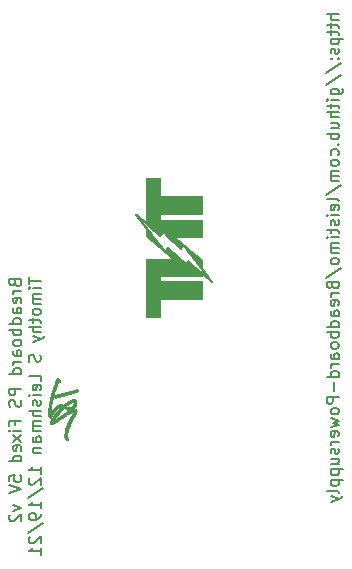
<source format=gbo>
G04 #@! TF.GenerationSoftware,KiCad,Pcbnew,(5.1.4)-1*
G04 #@! TF.CreationDate,2021-12-19T12:19:24-07:00*
G04 #@! TF.ProjectId,BreadBoard PS Ver2,42726561-6442-46f6-9172-642050532056,2*
G04 #@! TF.SameCoordinates,Original*
G04 #@! TF.FileFunction,Legend,Bot*
G04 #@! TF.FilePolarity,Positive*
%FSLAX46Y46*%
G04 Gerber Fmt 4.6, Leading zero omitted, Abs format (unit mm)*
G04 Created by KiCad (PCBNEW (5.1.4)-1) date 2021-12-19 12:19:24*
%MOMM*%
%LPD*%
G04 APERTURE LIST*
%ADD10C,0.150000*%
%ADD11C,0.010000*%
G04 APERTURE END LIST*
D10*
X170035480Y-77434471D02*
X169035480Y-77434471D01*
X170035480Y-77863042D02*
X169511671Y-77863042D01*
X169416433Y-77815423D01*
X169368814Y-77720185D01*
X169368814Y-77577328D01*
X169416433Y-77482090D01*
X169464052Y-77434471D01*
X169368814Y-78196376D02*
X169368814Y-78577328D01*
X169035480Y-78339233D02*
X169892623Y-78339233D01*
X169987861Y-78386852D01*
X170035480Y-78482090D01*
X170035480Y-78577328D01*
X169368814Y-78767804D02*
X169368814Y-79148757D01*
X169035480Y-78910661D02*
X169892623Y-78910661D01*
X169987861Y-78958280D01*
X170035480Y-79053519D01*
X170035480Y-79148757D01*
X169368814Y-79482090D02*
X170368814Y-79482090D01*
X169416433Y-79482090D02*
X169368814Y-79577328D01*
X169368814Y-79767804D01*
X169416433Y-79863042D01*
X169464052Y-79910661D01*
X169559290Y-79958280D01*
X169845004Y-79958280D01*
X169940242Y-79910661D01*
X169987861Y-79863042D01*
X170035480Y-79767804D01*
X170035480Y-79577328D01*
X169987861Y-79482090D01*
X169987861Y-80339233D02*
X170035480Y-80434471D01*
X170035480Y-80624947D01*
X169987861Y-80720185D01*
X169892623Y-80767804D01*
X169845004Y-80767804D01*
X169749766Y-80720185D01*
X169702147Y-80624947D01*
X169702147Y-80482090D01*
X169654528Y-80386852D01*
X169559290Y-80339233D01*
X169511671Y-80339233D01*
X169416433Y-80386852D01*
X169368814Y-80482090D01*
X169368814Y-80624947D01*
X169416433Y-80720185D01*
X169940242Y-81196376D02*
X169987861Y-81243995D01*
X170035480Y-81196376D01*
X169987861Y-81148757D01*
X169940242Y-81196376D01*
X170035480Y-81196376D01*
X169416433Y-81196376D02*
X169464052Y-81243995D01*
X169511671Y-81196376D01*
X169464052Y-81148757D01*
X169416433Y-81196376D01*
X169511671Y-81196376D01*
X168987861Y-82386852D02*
X170273576Y-81529709D01*
X168987861Y-83434471D02*
X170273576Y-82577328D01*
X169368814Y-84196376D02*
X170178338Y-84196376D01*
X170273576Y-84148757D01*
X170321195Y-84101138D01*
X170368814Y-84005900D01*
X170368814Y-83863042D01*
X170321195Y-83767804D01*
X169987861Y-84196376D02*
X170035480Y-84101138D01*
X170035480Y-83910661D01*
X169987861Y-83815423D01*
X169940242Y-83767804D01*
X169845004Y-83720185D01*
X169559290Y-83720185D01*
X169464052Y-83767804D01*
X169416433Y-83815423D01*
X169368814Y-83910661D01*
X169368814Y-84101138D01*
X169416433Y-84196376D01*
X170035480Y-84672566D02*
X169368814Y-84672566D01*
X169035480Y-84672566D02*
X169083100Y-84624947D01*
X169130719Y-84672566D01*
X169083100Y-84720185D01*
X169035480Y-84672566D01*
X169130719Y-84672566D01*
X169368814Y-85005900D02*
X169368814Y-85386852D01*
X169035480Y-85148757D02*
X169892623Y-85148757D01*
X169987861Y-85196376D01*
X170035480Y-85291614D01*
X170035480Y-85386852D01*
X170035480Y-85720185D02*
X169035480Y-85720185D01*
X170035480Y-86148757D02*
X169511671Y-86148757D01*
X169416433Y-86101138D01*
X169368814Y-86005900D01*
X169368814Y-85863042D01*
X169416433Y-85767804D01*
X169464052Y-85720185D01*
X169368814Y-87053519D02*
X170035480Y-87053519D01*
X169368814Y-86624947D02*
X169892623Y-86624947D01*
X169987861Y-86672566D01*
X170035480Y-86767804D01*
X170035480Y-86910661D01*
X169987861Y-87005900D01*
X169940242Y-87053519D01*
X170035480Y-87529709D02*
X169035480Y-87529709D01*
X169416433Y-87529709D02*
X169368814Y-87624947D01*
X169368814Y-87815423D01*
X169416433Y-87910661D01*
X169464052Y-87958280D01*
X169559290Y-88005900D01*
X169845004Y-88005900D01*
X169940242Y-87958280D01*
X169987861Y-87910661D01*
X170035480Y-87815423D01*
X170035480Y-87624947D01*
X169987861Y-87529709D01*
X169940242Y-88434471D02*
X169987861Y-88482090D01*
X170035480Y-88434471D01*
X169987861Y-88386852D01*
X169940242Y-88434471D01*
X170035480Y-88434471D01*
X169987861Y-89339233D02*
X170035480Y-89243995D01*
X170035480Y-89053519D01*
X169987861Y-88958280D01*
X169940242Y-88910661D01*
X169845004Y-88863042D01*
X169559290Y-88863042D01*
X169464052Y-88910661D01*
X169416433Y-88958280D01*
X169368814Y-89053519D01*
X169368814Y-89243995D01*
X169416433Y-89339233D01*
X170035480Y-89910661D02*
X169987861Y-89815423D01*
X169940242Y-89767804D01*
X169845004Y-89720185D01*
X169559290Y-89720185D01*
X169464052Y-89767804D01*
X169416433Y-89815423D01*
X169368814Y-89910661D01*
X169368814Y-90053519D01*
X169416433Y-90148757D01*
X169464052Y-90196376D01*
X169559290Y-90243995D01*
X169845004Y-90243995D01*
X169940242Y-90196376D01*
X169987861Y-90148757D01*
X170035480Y-90053519D01*
X170035480Y-89910661D01*
X170035480Y-90672566D02*
X169368814Y-90672566D01*
X169464052Y-90672566D02*
X169416433Y-90720185D01*
X169368814Y-90815423D01*
X169368814Y-90958280D01*
X169416433Y-91053519D01*
X169511671Y-91101138D01*
X170035480Y-91101138D01*
X169511671Y-91101138D02*
X169416433Y-91148757D01*
X169368814Y-91243995D01*
X169368814Y-91386852D01*
X169416433Y-91482090D01*
X169511671Y-91529709D01*
X170035480Y-91529709D01*
X168987861Y-92720185D02*
X170273576Y-91863042D01*
X170035480Y-93196376D02*
X169987861Y-93101138D01*
X169892623Y-93053519D01*
X169035480Y-93053519D01*
X169987861Y-93958280D02*
X170035480Y-93863042D01*
X170035480Y-93672566D01*
X169987861Y-93577328D01*
X169892623Y-93529709D01*
X169511671Y-93529709D01*
X169416433Y-93577328D01*
X169368814Y-93672566D01*
X169368814Y-93863042D01*
X169416433Y-93958280D01*
X169511671Y-94005900D01*
X169606909Y-94005900D01*
X169702147Y-93529709D01*
X170035480Y-94434471D02*
X169368814Y-94434471D01*
X169035480Y-94434471D02*
X169083100Y-94386852D01*
X169130719Y-94434471D01*
X169083100Y-94482090D01*
X169035480Y-94434471D01*
X169130719Y-94434471D01*
X169987861Y-94863042D02*
X170035480Y-94958280D01*
X170035480Y-95148757D01*
X169987861Y-95243995D01*
X169892623Y-95291614D01*
X169845004Y-95291614D01*
X169749766Y-95243995D01*
X169702147Y-95148757D01*
X169702147Y-95005900D01*
X169654528Y-94910661D01*
X169559290Y-94863042D01*
X169511671Y-94863042D01*
X169416433Y-94910661D01*
X169368814Y-95005900D01*
X169368814Y-95148757D01*
X169416433Y-95243995D01*
X169368814Y-95577328D02*
X169368814Y-95958280D01*
X169035480Y-95720185D02*
X169892623Y-95720185D01*
X169987861Y-95767804D01*
X170035480Y-95863042D01*
X170035480Y-95958280D01*
X170035480Y-96291614D02*
X169368814Y-96291614D01*
X169035480Y-96291614D02*
X169083100Y-96243995D01*
X169130719Y-96291614D01*
X169083100Y-96339233D01*
X169035480Y-96291614D01*
X169130719Y-96291614D01*
X170035480Y-96767804D02*
X169368814Y-96767804D01*
X169464052Y-96767804D02*
X169416433Y-96815423D01*
X169368814Y-96910661D01*
X169368814Y-97053519D01*
X169416433Y-97148757D01*
X169511671Y-97196376D01*
X170035480Y-97196376D01*
X169511671Y-97196376D02*
X169416433Y-97243995D01*
X169368814Y-97339233D01*
X169368814Y-97482090D01*
X169416433Y-97577328D01*
X169511671Y-97624947D01*
X170035480Y-97624947D01*
X170035480Y-98243995D02*
X169987861Y-98148757D01*
X169940242Y-98101138D01*
X169845004Y-98053519D01*
X169559290Y-98053519D01*
X169464052Y-98101138D01*
X169416433Y-98148757D01*
X169368814Y-98243995D01*
X169368814Y-98386852D01*
X169416433Y-98482090D01*
X169464052Y-98529709D01*
X169559290Y-98577328D01*
X169845004Y-98577328D01*
X169940242Y-98529709D01*
X169987861Y-98482090D01*
X170035480Y-98386852D01*
X170035480Y-98243995D01*
X168987861Y-99720185D02*
X170273576Y-98863042D01*
X169511671Y-100386852D02*
X169559290Y-100529709D01*
X169606909Y-100577328D01*
X169702147Y-100624947D01*
X169845004Y-100624947D01*
X169940242Y-100577328D01*
X169987861Y-100529709D01*
X170035480Y-100434471D01*
X170035480Y-100053519D01*
X169035480Y-100053519D01*
X169035480Y-100386852D01*
X169083100Y-100482090D01*
X169130719Y-100529709D01*
X169225957Y-100577328D01*
X169321195Y-100577328D01*
X169416433Y-100529709D01*
X169464052Y-100482090D01*
X169511671Y-100386852D01*
X169511671Y-100053519D01*
X170035480Y-101053519D02*
X169368814Y-101053519D01*
X169559290Y-101053519D02*
X169464052Y-101101138D01*
X169416433Y-101148757D01*
X169368814Y-101243995D01*
X169368814Y-101339233D01*
X169987861Y-102053519D02*
X170035480Y-101958280D01*
X170035480Y-101767804D01*
X169987861Y-101672566D01*
X169892623Y-101624947D01*
X169511671Y-101624947D01*
X169416433Y-101672566D01*
X169368814Y-101767804D01*
X169368814Y-101958280D01*
X169416433Y-102053519D01*
X169511671Y-102101138D01*
X169606909Y-102101138D01*
X169702147Y-101624947D01*
X170035480Y-102958280D02*
X169511671Y-102958280D01*
X169416433Y-102910661D01*
X169368814Y-102815423D01*
X169368814Y-102624947D01*
X169416433Y-102529709D01*
X169987861Y-102958280D02*
X170035480Y-102863042D01*
X170035480Y-102624947D01*
X169987861Y-102529709D01*
X169892623Y-102482090D01*
X169797385Y-102482090D01*
X169702147Y-102529709D01*
X169654528Y-102624947D01*
X169654528Y-102863042D01*
X169606909Y-102958280D01*
X170035480Y-103863042D02*
X169035480Y-103863042D01*
X169987861Y-103863042D02*
X170035480Y-103767804D01*
X170035480Y-103577328D01*
X169987861Y-103482090D01*
X169940242Y-103434471D01*
X169845004Y-103386852D01*
X169559290Y-103386852D01*
X169464052Y-103434471D01*
X169416433Y-103482090D01*
X169368814Y-103577328D01*
X169368814Y-103767804D01*
X169416433Y-103863042D01*
X170035480Y-104339233D02*
X169035480Y-104339233D01*
X169416433Y-104339233D02*
X169368814Y-104434471D01*
X169368814Y-104624947D01*
X169416433Y-104720185D01*
X169464052Y-104767804D01*
X169559290Y-104815423D01*
X169845004Y-104815423D01*
X169940242Y-104767804D01*
X169987861Y-104720185D01*
X170035480Y-104624947D01*
X170035480Y-104434471D01*
X169987861Y-104339233D01*
X170035480Y-105386852D02*
X169987861Y-105291614D01*
X169940242Y-105243995D01*
X169845004Y-105196376D01*
X169559290Y-105196376D01*
X169464052Y-105243995D01*
X169416433Y-105291614D01*
X169368814Y-105386852D01*
X169368814Y-105529709D01*
X169416433Y-105624947D01*
X169464052Y-105672566D01*
X169559290Y-105720185D01*
X169845004Y-105720185D01*
X169940242Y-105672566D01*
X169987861Y-105624947D01*
X170035480Y-105529709D01*
X170035480Y-105386852D01*
X170035480Y-106577328D02*
X169511671Y-106577328D01*
X169416433Y-106529709D01*
X169368814Y-106434471D01*
X169368814Y-106243995D01*
X169416433Y-106148757D01*
X169987861Y-106577328D02*
X170035480Y-106482090D01*
X170035480Y-106243995D01*
X169987861Y-106148757D01*
X169892623Y-106101138D01*
X169797385Y-106101138D01*
X169702147Y-106148757D01*
X169654528Y-106243995D01*
X169654528Y-106482090D01*
X169606909Y-106577328D01*
X170035480Y-107053519D02*
X169368814Y-107053519D01*
X169559290Y-107053519D02*
X169464052Y-107101138D01*
X169416433Y-107148757D01*
X169368814Y-107243995D01*
X169368814Y-107339233D01*
X170035480Y-108101138D02*
X169035480Y-108101138D01*
X169987861Y-108101138D02*
X170035480Y-108005900D01*
X170035480Y-107815423D01*
X169987861Y-107720185D01*
X169940242Y-107672566D01*
X169845004Y-107624947D01*
X169559290Y-107624947D01*
X169464052Y-107672566D01*
X169416433Y-107720185D01*
X169368814Y-107815423D01*
X169368814Y-108005900D01*
X169416433Y-108101138D01*
X169654528Y-108577328D02*
X169654528Y-109339233D01*
X170035480Y-109815423D02*
X169035480Y-109815423D01*
X169035480Y-110196376D01*
X169083100Y-110291614D01*
X169130719Y-110339233D01*
X169225957Y-110386852D01*
X169368814Y-110386852D01*
X169464052Y-110339233D01*
X169511671Y-110291614D01*
X169559290Y-110196376D01*
X169559290Y-109815423D01*
X170035480Y-110958280D02*
X169987861Y-110863042D01*
X169940242Y-110815423D01*
X169845004Y-110767804D01*
X169559290Y-110767804D01*
X169464052Y-110815423D01*
X169416433Y-110863042D01*
X169368814Y-110958280D01*
X169368814Y-111101138D01*
X169416433Y-111196376D01*
X169464052Y-111243995D01*
X169559290Y-111291614D01*
X169845004Y-111291614D01*
X169940242Y-111243995D01*
X169987861Y-111196376D01*
X170035480Y-111101138D01*
X170035480Y-110958280D01*
X169368814Y-111624947D02*
X170035480Y-111815423D01*
X169559290Y-112005900D01*
X170035480Y-112196376D01*
X169368814Y-112386852D01*
X169987861Y-113148757D02*
X170035480Y-113053519D01*
X170035480Y-112863042D01*
X169987861Y-112767804D01*
X169892623Y-112720185D01*
X169511671Y-112720185D01*
X169416433Y-112767804D01*
X169368814Y-112863042D01*
X169368814Y-113053519D01*
X169416433Y-113148757D01*
X169511671Y-113196376D01*
X169606909Y-113196376D01*
X169702147Y-112720185D01*
X170035480Y-113624947D02*
X169368814Y-113624947D01*
X169559290Y-113624947D02*
X169464052Y-113672566D01*
X169416433Y-113720185D01*
X169368814Y-113815423D01*
X169368814Y-113910661D01*
X169987861Y-114196376D02*
X170035480Y-114291614D01*
X170035480Y-114482090D01*
X169987861Y-114577328D01*
X169892623Y-114624947D01*
X169845004Y-114624947D01*
X169749766Y-114577328D01*
X169702147Y-114482090D01*
X169702147Y-114339233D01*
X169654528Y-114243995D01*
X169559290Y-114196376D01*
X169511671Y-114196376D01*
X169416433Y-114243995D01*
X169368814Y-114339233D01*
X169368814Y-114482090D01*
X169416433Y-114577328D01*
X169368814Y-115482090D02*
X170035480Y-115482090D01*
X169368814Y-115053519D02*
X169892623Y-115053519D01*
X169987861Y-115101138D01*
X170035480Y-115196376D01*
X170035480Y-115339233D01*
X169987861Y-115434471D01*
X169940242Y-115482090D01*
X169368814Y-115958280D02*
X170368814Y-115958280D01*
X169416433Y-115958280D02*
X169368814Y-116053519D01*
X169368814Y-116243995D01*
X169416433Y-116339233D01*
X169464052Y-116386852D01*
X169559290Y-116434471D01*
X169845004Y-116434471D01*
X169940242Y-116386852D01*
X169987861Y-116339233D01*
X170035480Y-116243995D01*
X170035480Y-116053519D01*
X169987861Y-115958280D01*
X169368814Y-116863042D02*
X170368814Y-116863042D01*
X169416433Y-116863042D02*
X169368814Y-116958280D01*
X169368814Y-117148757D01*
X169416433Y-117243995D01*
X169464052Y-117291614D01*
X169559290Y-117339233D01*
X169845004Y-117339233D01*
X169940242Y-117291614D01*
X169987861Y-117243995D01*
X170035480Y-117148757D01*
X170035480Y-116958280D01*
X169987861Y-116863042D01*
X170035480Y-117910661D02*
X169987861Y-117815423D01*
X169892623Y-117767804D01*
X169035480Y-117767804D01*
X169368814Y-118196376D02*
X170035480Y-118434471D01*
X169368814Y-118672566D02*
X170035480Y-118434471D01*
X170273576Y-118339233D01*
X170321195Y-118291614D01*
X170368814Y-118196376D01*
X142626271Y-100160728D02*
X142673890Y-100303585D01*
X142721509Y-100351204D01*
X142816747Y-100398823D01*
X142959604Y-100398823D01*
X143054842Y-100351204D01*
X143102461Y-100303585D01*
X143150080Y-100208347D01*
X143150080Y-99827395D01*
X142150080Y-99827395D01*
X142150080Y-100160728D01*
X142197700Y-100255966D01*
X142245319Y-100303585D01*
X142340557Y-100351204D01*
X142435795Y-100351204D01*
X142531033Y-100303585D01*
X142578652Y-100255966D01*
X142626271Y-100160728D01*
X142626271Y-99827395D01*
X143150080Y-100827395D02*
X142483414Y-100827395D01*
X142673890Y-100827395D02*
X142578652Y-100875014D01*
X142531033Y-100922633D01*
X142483414Y-101017871D01*
X142483414Y-101113109D01*
X143102461Y-101827395D02*
X143150080Y-101732157D01*
X143150080Y-101541680D01*
X143102461Y-101446442D01*
X143007223Y-101398823D01*
X142626271Y-101398823D01*
X142531033Y-101446442D01*
X142483414Y-101541680D01*
X142483414Y-101732157D01*
X142531033Y-101827395D01*
X142626271Y-101875014D01*
X142721509Y-101875014D01*
X142816747Y-101398823D01*
X143150080Y-102732157D02*
X142626271Y-102732157D01*
X142531033Y-102684538D01*
X142483414Y-102589300D01*
X142483414Y-102398823D01*
X142531033Y-102303585D01*
X143102461Y-102732157D02*
X143150080Y-102636919D01*
X143150080Y-102398823D01*
X143102461Y-102303585D01*
X143007223Y-102255966D01*
X142911985Y-102255966D01*
X142816747Y-102303585D01*
X142769128Y-102398823D01*
X142769128Y-102636919D01*
X142721509Y-102732157D01*
X143150080Y-103636919D02*
X142150080Y-103636919D01*
X143102461Y-103636919D02*
X143150080Y-103541680D01*
X143150080Y-103351204D01*
X143102461Y-103255966D01*
X143054842Y-103208347D01*
X142959604Y-103160728D01*
X142673890Y-103160728D01*
X142578652Y-103208347D01*
X142531033Y-103255966D01*
X142483414Y-103351204D01*
X142483414Y-103541680D01*
X142531033Y-103636919D01*
X143150080Y-104113109D02*
X142150080Y-104113109D01*
X142531033Y-104113109D02*
X142483414Y-104208347D01*
X142483414Y-104398823D01*
X142531033Y-104494061D01*
X142578652Y-104541680D01*
X142673890Y-104589300D01*
X142959604Y-104589300D01*
X143054842Y-104541680D01*
X143102461Y-104494061D01*
X143150080Y-104398823D01*
X143150080Y-104208347D01*
X143102461Y-104113109D01*
X143150080Y-105160728D02*
X143102461Y-105065490D01*
X143054842Y-105017871D01*
X142959604Y-104970252D01*
X142673890Y-104970252D01*
X142578652Y-105017871D01*
X142531033Y-105065490D01*
X142483414Y-105160728D01*
X142483414Y-105303585D01*
X142531033Y-105398823D01*
X142578652Y-105446442D01*
X142673890Y-105494061D01*
X142959604Y-105494061D01*
X143054842Y-105446442D01*
X143102461Y-105398823D01*
X143150080Y-105303585D01*
X143150080Y-105160728D01*
X143150080Y-106351204D02*
X142626271Y-106351204D01*
X142531033Y-106303585D01*
X142483414Y-106208347D01*
X142483414Y-106017871D01*
X142531033Y-105922633D01*
X143102461Y-106351204D02*
X143150080Y-106255966D01*
X143150080Y-106017871D01*
X143102461Y-105922633D01*
X143007223Y-105875014D01*
X142911985Y-105875014D01*
X142816747Y-105922633D01*
X142769128Y-106017871D01*
X142769128Y-106255966D01*
X142721509Y-106351204D01*
X143150080Y-106827395D02*
X142483414Y-106827395D01*
X142673890Y-106827395D02*
X142578652Y-106875014D01*
X142531033Y-106922633D01*
X142483414Y-107017871D01*
X142483414Y-107113109D01*
X143150080Y-107875014D02*
X142150080Y-107875014D01*
X143102461Y-107875014D02*
X143150080Y-107779776D01*
X143150080Y-107589300D01*
X143102461Y-107494061D01*
X143054842Y-107446442D01*
X142959604Y-107398823D01*
X142673890Y-107398823D01*
X142578652Y-107446442D01*
X142531033Y-107494061D01*
X142483414Y-107589300D01*
X142483414Y-107779776D01*
X142531033Y-107875014D01*
X143150080Y-109113109D02*
X142150080Y-109113109D01*
X142150080Y-109494061D01*
X142197700Y-109589300D01*
X142245319Y-109636919D01*
X142340557Y-109684538D01*
X142483414Y-109684538D01*
X142578652Y-109636919D01*
X142626271Y-109589300D01*
X142673890Y-109494061D01*
X142673890Y-109113109D01*
X143102461Y-110065490D02*
X143150080Y-110208347D01*
X143150080Y-110446442D01*
X143102461Y-110541680D01*
X143054842Y-110589300D01*
X142959604Y-110636919D01*
X142864366Y-110636919D01*
X142769128Y-110589300D01*
X142721509Y-110541680D01*
X142673890Y-110446442D01*
X142626271Y-110255966D01*
X142578652Y-110160728D01*
X142531033Y-110113109D01*
X142435795Y-110065490D01*
X142340557Y-110065490D01*
X142245319Y-110113109D01*
X142197700Y-110160728D01*
X142150080Y-110255966D01*
X142150080Y-110494061D01*
X142197700Y-110636919D01*
X142626271Y-112160728D02*
X142626271Y-111827395D01*
X143150080Y-111827395D02*
X142150080Y-111827395D01*
X142150080Y-112303585D01*
X143150080Y-112684538D02*
X142483414Y-112684538D01*
X142150080Y-112684538D02*
X142197700Y-112636919D01*
X142245319Y-112684538D01*
X142197700Y-112732157D01*
X142150080Y-112684538D01*
X142245319Y-112684538D01*
X143150080Y-113065490D02*
X142483414Y-113589300D01*
X142483414Y-113065490D02*
X143150080Y-113589300D01*
X143102461Y-114351204D02*
X143150080Y-114255966D01*
X143150080Y-114065490D01*
X143102461Y-113970252D01*
X143007223Y-113922633D01*
X142626271Y-113922633D01*
X142531033Y-113970252D01*
X142483414Y-114065490D01*
X142483414Y-114255966D01*
X142531033Y-114351204D01*
X142626271Y-114398823D01*
X142721509Y-114398823D01*
X142816747Y-113922633D01*
X143150080Y-115255966D02*
X142150080Y-115255966D01*
X143102461Y-115255966D02*
X143150080Y-115160728D01*
X143150080Y-114970252D01*
X143102461Y-114875014D01*
X143054842Y-114827395D01*
X142959604Y-114779776D01*
X142673890Y-114779776D01*
X142578652Y-114827395D01*
X142531033Y-114875014D01*
X142483414Y-114970252D01*
X142483414Y-115160728D01*
X142531033Y-115255966D01*
X142150080Y-116970252D02*
X142150080Y-116494061D01*
X142626271Y-116446442D01*
X142578652Y-116494061D01*
X142531033Y-116589300D01*
X142531033Y-116827395D01*
X142578652Y-116922633D01*
X142626271Y-116970252D01*
X142721509Y-117017871D01*
X142959604Y-117017871D01*
X143054842Y-116970252D01*
X143102461Y-116922633D01*
X143150080Y-116827395D01*
X143150080Y-116589300D01*
X143102461Y-116494061D01*
X143054842Y-116446442D01*
X142150080Y-117303585D02*
X143150080Y-117636919D01*
X142150080Y-117970252D01*
X142483414Y-118970252D02*
X143150080Y-119208347D01*
X142483414Y-119446442D01*
X142245319Y-119779776D02*
X142197700Y-119827395D01*
X142150080Y-119922633D01*
X142150080Y-120160728D01*
X142197700Y-120255966D01*
X142245319Y-120303585D01*
X142340557Y-120351204D01*
X142435795Y-120351204D01*
X142578652Y-120303585D01*
X143150080Y-119732157D01*
X143150080Y-120351204D01*
X143800080Y-99684538D02*
X143800080Y-100255966D01*
X144800080Y-99970252D02*
X143800080Y-99970252D01*
X144800080Y-100589300D02*
X144133414Y-100589300D01*
X143800080Y-100589300D02*
X143847700Y-100541680D01*
X143895319Y-100589300D01*
X143847700Y-100636919D01*
X143800080Y-100589300D01*
X143895319Y-100589300D01*
X144800080Y-101065490D02*
X144133414Y-101065490D01*
X144228652Y-101065490D02*
X144181033Y-101113109D01*
X144133414Y-101208347D01*
X144133414Y-101351204D01*
X144181033Y-101446442D01*
X144276271Y-101494061D01*
X144800080Y-101494061D01*
X144276271Y-101494061D02*
X144181033Y-101541680D01*
X144133414Y-101636919D01*
X144133414Y-101779776D01*
X144181033Y-101875014D01*
X144276271Y-101922633D01*
X144800080Y-101922633D01*
X144800080Y-102541680D02*
X144752461Y-102446442D01*
X144704842Y-102398823D01*
X144609604Y-102351204D01*
X144323890Y-102351204D01*
X144228652Y-102398823D01*
X144181033Y-102446442D01*
X144133414Y-102541680D01*
X144133414Y-102684538D01*
X144181033Y-102779776D01*
X144228652Y-102827395D01*
X144323890Y-102875014D01*
X144609604Y-102875014D01*
X144704842Y-102827395D01*
X144752461Y-102779776D01*
X144800080Y-102684538D01*
X144800080Y-102541680D01*
X144133414Y-103160728D02*
X144133414Y-103541680D01*
X143800080Y-103303585D02*
X144657223Y-103303585D01*
X144752461Y-103351204D01*
X144800080Y-103446442D01*
X144800080Y-103541680D01*
X144800080Y-103875014D02*
X143800080Y-103875014D01*
X144800080Y-104303585D02*
X144276271Y-104303585D01*
X144181033Y-104255966D01*
X144133414Y-104160728D01*
X144133414Y-104017871D01*
X144181033Y-103922633D01*
X144228652Y-103875014D01*
X144133414Y-104684538D02*
X144800080Y-104922633D01*
X144133414Y-105160728D02*
X144800080Y-104922633D01*
X145038176Y-104827395D01*
X145085795Y-104779776D01*
X145133414Y-104684538D01*
X144752461Y-106255966D02*
X144800080Y-106398823D01*
X144800080Y-106636919D01*
X144752461Y-106732157D01*
X144704842Y-106779776D01*
X144609604Y-106827395D01*
X144514366Y-106827395D01*
X144419128Y-106779776D01*
X144371509Y-106732157D01*
X144323890Y-106636919D01*
X144276271Y-106446442D01*
X144228652Y-106351204D01*
X144181033Y-106303585D01*
X144085795Y-106255966D01*
X143990557Y-106255966D01*
X143895319Y-106303585D01*
X143847700Y-106351204D01*
X143800080Y-106446442D01*
X143800080Y-106684538D01*
X143847700Y-106827395D01*
X144800080Y-108494061D02*
X144800080Y-108017871D01*
X143800080Y-108017871D01*
X144752461Y-109208347D02*
X144800080Y-109113109D01*
X144800080Y-108922633D01*
X144752461Y-108827395D01*
X144657223Y-108779776D01*
X144276271Y-108779776D01*
X144181033Y-108827395D01*
X144133414Y-108922633D01*
X144133414Y-109113109D01*
X144181033Y-109208347D01*
X144276271Y-109255966D01*
X144371509Y-109255966D01*
X144466747Y-108779776D01*
X144800080Y-109684538D02*
X144133414Y-109684538D01*
X143800080Y-109684538D02*
X143847700Y-109636919D01*
X143895319Y-109684538D01*
X143847700Y-109732157D01*
X143800080Y-109684538D01*
X143895319Y-109684538D01*
X144752461Y-110113109D02*
X144800080Y-110208347D01*
X144800080Y-110398823D01*
X144752461Y-110494061D01*
X144657223Y-110541680D01*
X144609604Y-110541680D01*
X144514366Y-110494061D01*
X144466747Y-110398823D01*
X144466747Y-110255966D01*
X144419128Y-110160728D01*
X144323890Y-110113109D01*
X144276271Y-110113109D01*
X144181033Y-110160728D01*
X144133414Y-110255966D01*
X144133414Y-110398823D01*
X144181033Y-110494061D01*
X144800080Y-110970252D02*
X143800080Y-110970252D01*
X144800080Y-111398823D02*
X144276271Y-111398823D01*
X144181033Y-111351204D01*
X144133414Y-111255966D01*
X144133414Y-111113109D01*
X144181033Y-111017871D01*
X144228652Y-110970252D01*
X144800080Y-111875014D02*
X144133414Y-111875014D01*
X144228652Y-111875014D02*
X144181033Y-111922633D01*
X144133414Y-112017871D01*
X144133414Y-112160728D01*
X144181033Y-112255966D01*
X144276271Y-112303585D01*
X144800080Y-112303585D01*
X144276271Y-112303585D02*
X144181033Y-112351204D01*
X144133414Y-112446442D01*
X144133414Y-112589299D01*
X144181033Y-112684538D01*
X144276271Y-112732157D01*
X144800080Y-112732157D01*
X144800080Y-113636919D02*
X144276271Y-113636919D01*
X144181033Y-113589299D01*
X144133414Y-113494061D01*
X144133414Y-113303585D01*
X144181033Y-113208347D01*
X144752461Y-113636919D02*
X144800080Y-113541680D01*
X144800080Y-113303585D01*
X144752461Y-113208347D01*
X144657223Y-113160728D01*
X144561985Y-113160728D01*
X144466747Y-113208347D01*
X144419128Y-113303585D01*
X144419128Y-113541680D01*
X144371509Y-113636919D01*
X144133414Y-114113109D02*
X144800080Y-114113109D01*
X144228652Y-114113109D02*
X144181033Y-114160728D01*
X144133414Y-114255966D01*
X144133414Y-114398823D01*
X144181033Y-114494061D01*
X144276271Y-114541680D01*
X144800080Y-114541680D01*
X144800080Y-116303585D02*
X144800080Y-115732157D01*
X144800080Y-116017871D02*
X143800080Y-116017871D01*
X143942938Y-115922633D01*
X144038176Y-115827395D01*
X144085795Y-115732157D01*
X143895319Y-116684538D02*
X143847700Y-116732157D01*
X143800080Y-116827395D01*
X143800080Y-117065490D01*
X143847700Y-117160728D01*
X143895319Y-117208347D01*
X143990557Y-117255966D01*
X144085795Y-117255966D01*
X144228652Y-117208347D01*
X144800080Y-116636919D01*
X144800080Y-117255966D01*
X143752461Y-118398823D02*
X145038176Y-117541680D01*
X144800080Y-119255966D02*
X144800080Y-118684538D01*
X144800080Y-118970252D02*
X143800080Y-118970252D01*
X143942938Y-118875014D01*
X144038176Y-118779776D01*
X144085795Y-118684538D01*
X144800080Y-119732157D02*
X144800080Y-119922633D01*
X144752461Y-120017871D01*
X144704842Y-120065490D01*
X144561985Y-120160728D01*
X144371509Y-120208347D01*
X143990557Y-120208347D01*
X143895319Y-120160728D01*
X143847700Y-120113109D01*
X143800080Y-120017871D01*
X143800080Y-119827395D01*
X143847700Y-119732157D01*
X143895319Y-119684538D01*
X143990557Y-119636919D01*
X144228652Y-119636919D01*
X144323890Y-119684538D01*
X144371509Y-119732157D01*
X144419128Y-119827395D01*
X144419128Y-120017871D01*
X144371509Y-120113109D01*
X144323890Y-120160728D01*
X144228652Y-120208347D01*
X143752461Y-121351204D02*
X145038176Y-120494061D01*
X143895319Y-121636919D02*
X143847700Y-121684538D01*
X143800080Y-121779776D01*
X143800080Y-122017871D01*
X143847700Y-122113109D01*
X143895319Y-122160728D01*
X143990557Y-122208347D01*
X144085795Y-122208347D01*
X144228652Y-122160728D01*
X144800080Y-121589299D01*
X144800080Y-122208347D01*
X144800080Y-123160728D02*
X144800080Y-122589299D01*
X144800080Y-122875014D02*
X143800080Y-122875014D01*
X143942938Y-122779776D01*
X144038176Y-122684538D01*
X144085795Y-122589299D01*
D11*
G36*
X145448155Y-111221939D02*
G01*
X145453237Y-111298031D01*
X145460884Y-111362772D01*
X145470965Y-111412431D01*
X145475303Y-111426282D01*
X145484280Y-111449312D01*
X145494379Y-111468465D01*
X145508949Y-111488330D01*
X145531342Y-111513496D01*
X145563553Y-111547157D01*
X145595164Y-111571998D01*
X145622830Y-111578650D01*
X145644573Y-111567223D01*
X145657291Y-111542099D01*
X145661110Y-111520465D01*
X145657051Y-111500349D01*
X145643074Y-111474460D01*
X145634754Y-111461617D01*
X145611628Y-111421424D01*
X145603709Y-111393791D01*
X145611037Y-111379023D01*
X145623280Y-111376460D01*
X145639799Y-111380069D01*
X145643600Y-111385065D01*
X145649656Y-111398261D01*
X145663143Y-111416205D01*
X145683383Y-111432051D01*
X145710694Y-111436132D01*
X145721281Y-111435539D01*
X145744297Y-111432372D01*
X145757636Y-111424195D01*
X145766473Y-111405637D01*
X145773294Y-111381540D01*
X145783238Y-111349043D01*
X145796722Y-111311419D01*
X145811415Y-111274469D01*
X145824985Y-111243996D01*
X145835099Y-111225802D01*
X145836591Y-111224060D01*
X145845329Y-111213498D01*
X145861460Y-111192562D01*
X145870461Y-111180583D01*
X145892058Y-111153187D01*
X145912071Y-111130291D01*
X145917608Y-111124703D01*
X145931539Y-111109149D01*
X145953748Y-111081727D01*
X145980583Y-111047018D01*
X145996391Y-111025940D01*
X146052809Y-110958176D01*
X146121804Y-110888317D01*
X146197399Y-110821728D01*
X146273614Y-110763779D01*
X146325552Y-110730397D01*
X146348609Y-110714430D01*
X146363594Y-110702055D01*
X146385282Y-110688189D01*
X146418753Y-110672531D01*
X146456262Y-110658110D01*
X146490063Y-110647956D01*
X146509596Y-110644940D01*
X146525432Y-110651535D01*
X146528185Y-110668521D01*
X146518910Y-110691694D01*
X146498666Y-110716852D01*
X146489420Y-110725155D01*
X146400295Y-110803043D01*
X146314591Y-110887064D01*
X146242260Y-110964980D01*
X146205432Y-111006001D01*
X146170685Y-111044561D01*
X146141715Y-111076564D01*
X146122219Y-111097919D01*
X146120934Y-111099311D01*
X146102282Y-111122208D01*
X146091557Y-111140686D01*
X146090549Y-111145031D01*
X146084363Y-111158731D01*
X146068136Y-111182795D01*
X146045217Y-111212306D01*
X146042289Y-111215845D01*
X146009682Y-111256023D01*
X145973974Y-111301575D01*
X145948400Y-111335290D01*
X145924845Y-111366901D01*
X145905164Y-111393071D01*
X145893232Y-111408650D01*
X145892520Y-111409544D01*
X145878024Y-111429295D01*
X145854930Y-111462784D01*
X145825287Y-111506860D01*
X145791147Y-111558371D01*
X145754560Y-111614164D01*
X145717577Y-111671088D01*
X145682249Y-111725990D01*
X145650625Y-111775718D01*
X145624758Y-111817120D01*
X145606697Y-111847043D01*
X145599722Y-111859621D01*
X145577908Y-111907278D01*
X145567520Y-111943696D01*
X145568713Y-111974541D01*
X145581644Y-112005483D01*
X145604670Y-112039763D01*
X145635599Y-112076843D01*
X145662028Y-112098838D01*
X145673759Y-112103689D01*
X145702045Y-112110040D01*
X145734174Y-112118139D01*
X145734430Y-112118207D01*
X145761706Y-112122358D01*
X145779536Y-112119170D01*
X145780150Y-112118711D01*
X145793242Y-112110598D01*
X145820168Y-112095639D01*
X145856635Y-112076176D01*
X145887440Y-112060148D01*
X145956829Y-112023650D01*
X146011058Y-111993456D01*
X146048875Y-111970282D01*
X146065240Y-111958346D01*
X146080966Y-111948927D01*
X146106148Y-111937145D01*
X146109986Y-111935542D01*
X146134597Y-111923190D01*
X146168299Y-111903463D01*
X146205805Y-111879806D01*
X146241824Y-111855664D01*
X146271067Y-111834482D01*
X146288245Y-111819704D01*
X146288760Y-111819117D01*
X146302495Y-111807911D01*
X146328014Y-111790782D01*
X146354800Y-111774412D01*
X146395148Y-111749515D01*
X146439659Y-111720204D01*
X146466560Y-111701474D01*
X146504029Y-111675144D01*
X146542822Y-111648850D01*
X146566897Y-111633169D01*
X146600408Y-111611486D01*
X146632692Y-111589827D01*
X146643097Y-111582591D01*
X146671687Y-111563964D01*
X146707048Y-111543000D01*
X146721975Y-111534729D01*
X146751740Y-111517606D01*
X146775279Y-111502148D01*
X146782935Y-111495993D01*
X146797258Y-111484820D01*
X146824126Y-111465997D01*
X146858904Y-111442725D01*
X146878040Y-111430275D01*
X146918375Y-111403570D01*
X146956304Y-111377223D01*
X146985640Y-111355574D01*
X146993538Y-111349241D01*
X147073499Y-111293113D01*
X147149820Y-111253635D01*
X147177024Y-111239857D01*
X147194526Y-111228260D01*
X147198080Y-111223596D01*
X147206720Y-111215453D01*
X147228058Y-111205682D01*
X147233640Y-111203740D01*
X147256829Y-111193805D01*
X147268767Y-111184232D01*
X147269200Y-111182632D01*
X147277440Y-111174313D01*
X147284440Y-111173260D01*
X147297976Y-111168955D01*
X147299680Y-111165318D01*
X147308502Y-111158037D01*
X147330893Y-111148571D01*
X147345400Y-111143876D01*
X147372331Y-111134178D01*
X147388758Y-111124896D01*
X147391120Y-111121338D01*
X147399365Y-111113314D01*
X147406360Y-111112300D01*
X147419880Y-111106813D01*
X147421600Y-111102140D01*
X147430109Y-111093885D01*
X147441920Y-111091980D01*
X147458429Y-111087725D01*
X147462240Y-111081820D01*
X147470711Y-111073449D01*
X147481713Y-111071660D01*
X147499597Y-111066779D01*
X147504791Y-111060844D01*
X147516205Y-111052945D01*
X147540534Y-111046045D01*
X147551358Y-111044266D01*
X147578246Y-111041537D01*
X147590656Y-111044815D01*
X147594161Y-111056824D01*
X147594320Y-111065242D01*
X147591001Y-111084966D01*
X147584160Y-111091980D01*
X147575905Y-111100489D01*
X147574000Y-111112300D01*
X147570800Y-111128833D01*
X147566380Y-111132638D01*
X147555875Y-111141187D01*
X147539626Y-111163882D01*
X147520241Y-111196344D01*
X147500324Y-111234195D01*
X147482482Y-111273056D01*
X147481727Y-111274860D01*
X147466205Y-111309383D01*
X147450893Y-111339043D01*
X147442574Y-111352424D01*
X147423739Y-111378902D01*
X147411440Y-111396849D01*
X147395804Y-111418497D01*
X147385415Y-111431044D01*
X147374102Y-111447823D01*
X147361104Y-111473215D01*
X147360075Y-111475520D01*
X147348493Y-111497394D01*
X147338933Y-111508272D01*
X147337839Y-111508540D01*
X147331017Y-111516803D01*
X147330160Y-111523780D01*
X147325526Y-111537312D01*
X147321602Y-111539020D01*
X147313695Y-111547584D01*
X147299967Y-111570437D01*
X147282887Y-111603317D01*
X147275935Y-111617760D01*
X147255160Y-111660292D01*
X147233932Y-111701237D01*
X147216284Y-111732859D01*
X147213690Y-111737140D01*
X147198311Y-111766659D01*
X147189239Y-111793044D01*
X147188237Y-111800640D01*
X147184769Y-111818498D01*
X147179390Y-111823500D01*
X147168980Y-111832122D01*
X147157830Y-111852761D01*
X147149512Y-111877576D01*
X147147280Y-111894011D01*
X147140040Y-111912732D01*
X147132040Y-111918614D01*
X147120654Y-111932449D01*
X147116800Y-111954174D01*
X147112513Y-111977192D01*
X147102842Y-111989241D01*
X147091865Y-112001988D01*
X147083033Y-112026344D01*
X147082062Y-112030968D01*
X147075783Y-112054715D01*
X147068993Y-112066909D01*
X147067767Y-112067340D01*
X147063173Y-112069850D01*
X147057235Y-112078913D01*
X147049029Y-112096820D01*
X147037632Y-112125868D01*
X147022120Y-112168350D01*
X147001569Y-112226560D01*
X146988013Y-112265452D01*
X146969515Y-112317599D01*
X146951630Y-112366116D01*
X146936224Y-112406069D01*
X146925158Y-112432525D01*
X146923877Y-112435256D01*
X146910659Y-112468324D01*
X146898132Y-112508707D01*
X146893654Y-112526704D01*
X146885092Y-112561216D01*
X146876458Y-112590095D01*
X146872423Y-112600740D01*
X146863022Y-112630289D01*
X146853302Y-112676598D01*
X146843725Y-112736123D01*
X146834752Y-112805318D01*
X146826844Y-112880639D01*
X146820462Y-112958541D01*
X146816187Y-113032764D01*
X146814058Y-113096971D01*
X146814245Y-113142094D01*
X146816787Y-113169240D01*
X146821169Y-113179247D01*
X146828973Y-113193333D01*
X146832372Y-113217794D01*
X146832376Y-113218559D01*
X146835616Y-113250163D01*
X146844113Y-113288725D01*
X146856173Y-113329403D01*
X146870101Y-113367361D01*
X146884203Y-113397759D01*
X146896784Y-113415758D01*
X146902430Y-113418620D01*
X146914577Y-113424849D01*
X146929799Y-113437282D01*
X146952615Y-113449457D01*
X146987969Y-113459104D01*
X147028120Y-113464933D01*
X147065325Y-113465657D01*
X147083780Y-113462907D01*
X147098119Y-113456073D01*
X147104860Y-113441556D01*
X147106633Y-113413321D01*
X147106640Y-113410482D01*
X147100340Y-113364205D01*
X147083883Y-113317898D01*
X147083780Y-113317687D01*
X147075883Y-113300496D01*
X147070071Y-113283381D01*
X147066048Y-113263016D01*
X147063519Y-113236076D01*
X147062188Y-113199235D01*
X147061761Y-113149169D01*
X147061941Y-113082551D01*
X147061995Y-113072288D01*
X147062957Y-112992014D01*
X147064997Y-112929164D01*
X147068309Y-112880863D01*
X147073083Y-112844235D01*
X147078957Y-112818288D01*
X147094341Y-112762043D01*
X147109620Y-112701069D01*
X147122935Y-112643132D01*
X147132427Y-112595997D01*
X147133178Y-112591688D01*
X147140888Y-112558085D01*
X147152709Y-112518183D01*
X147158839Y-112500391D01*
X147169583Y-112467803D01*
X147176439Y-112440879D01*
X147177760Y-112430703D01*
X147182517Y-112415542D01*
X147187920Y-112412780D01*
X147195557Y-112404085D01*
X147198080Y-112387380D01*
X147201557Y-112368286D01*
X147208240Y-112361980D01*
X147218027Y-112354183D01*
X147218400Y-112351329D01*
X147222536Y-112336344D01*
X147232974Y-112310948D01*
X147238720Y-112298620D01*
X147251119Y-112269392D01*
X147258312Y-112245539D01*
X147259040Y-112239521D01*
X147265011Y-112219478D01*
X147277962Y-112198250D01*
X147294745Y-112171271D01*
X147304257Y-112148620D01*
X147312458Y-112126155D01*
X147326395Y-112093196D01*
X147340538Y-112062260D01*
X147357257Y-112025850D01*
X147378371Y-111978236D01*
X147400538Y-111927001D01*
X147412107Y-111899700D01*
X147431433Y-111855093D01*
X147449810Y-111815160D01*
X147464774Y-111785129D01*
X147471965Y-111772700D01*
X147483358Y-111754311D01*
X147502054Y-111722434D01*
X147525560Y-111681380D01*
X147551385Y-111635462D01*
X147554171Y-111630460D01*
X147583864Y-111578198D01*
X147615381Y-111524554D01*
X147644771Y-111476158D01*
X147666251Y-111442396D01*
X147689077Y-111406482D01*
X147707810Y-111374479D01*
X147719178Y-111352051D01*
X147720546Y-111348416D01*
X147729673Y-111330750D01*
X147737244Y-111325660D01*
X147745766Y-111317472D01*
X147746720Y-111311145D01*
X147753287Y-111291661D01*
X147759599Y-111283205D01*
X147775883Y-111258865D01*
X147794090Y-111220207D01*
X147812296Y-111172868D01*
X147828581Y-111122484D01*
X147841022Y-111074689D01*
X147847695Y-111035121D01*
X147848320Y-111023122D01*
X147838735Y-110962369D01*
X147812187Y-110904605D01*
X147771981Y-110854228D01*
X147721426Y-110815635D01*
X147678140Y-110796896D01*
X147649145Y-110784689D01*
X147636649Y-110768983D01*
X147640803Y-110747731D01*
X147661762Y-110718886D01*
X147685821Y-110693759D01*
X147713246Y-110665503D01*
X147734551Y-110639417D01*
X147752786Y-110610494D01*
X147771000Y-110573730D01*
X147792243Y-110524121D01*
X147798517Y-110508799D01*
X147818625Y-110444963D01*
X147831799Y-110372922D01*
X147837310Y-110300022D01*
X147834432Y-110233612D01*
X147828888Y-110202007D01*
X147812523Y-110157203D01*
X147786297Y-110109684D01*
X147754529Y-110065806D01*
X147721537Y-110031923D01*
X147705528Y-110020479D01*
X147682717Y-110009953D01*
X147655205Y-110003965D01*
X147617113Y-110001594D01*
X147584602Y-110001547D01*
X147549074Y-110002449D01*
X147544577Y-110002830D01*
X147544577Y-110234195D01*
X147588529Y-110235552D01*
X147617180Y-110245414D01*
X147623958Y-110260616D01*
X147622320Y-110291192D01*
X147612479Y-110334117D01*
X147610468Y-110340912D01*
X147576347Y-110427990D01*
X147530267Y-110507415D01*
X147475549Y-110573641D01*
X147464772Y-110583980D01*
X147403923Y-110636997D01*
X147351950Y-110674948D01*
X147305944Y-110699323D01*
X147262998Y-110711608D01*
X147220203Y-110713294D01*
X147213320Y-110712694D01*
X147177971Y-110706195D01*
X147138840Y-110694690D01*
X147102051Y-110680502D01*
X147073730Y-110665956D01*
X147060741Y-110654810D01*
X147046402Y-110646137D01*
X147037460Y-110644927D01*
X147015204Y-110637383D01*
X146990970Y-110619090D01*
X146971723Y-110596517D01*
X146964400Y-110577059D01*
X146973614Y-110557709D01*
X146997420Y-110540036D01*
X147021990Y-110524687D01*
X147054702Y-110500987D01*
X147088485Y-110474059D01*
X147088576Y-110473982D01*
X147121398Y-110447686D01*
X147152201Y-110425149D01*
X147174467Y-110411133D01*
X147174936Y-110410893D01*
X147199614Y-110397420D01*
X147232502Y-110378230D01*
X147253960Y-110365194D01*
X147338205Y-110316339D01*
X147418680Y-110275954D01*
X147490155Y-110246639D01*
X147496919Y-110244311D01*
X147544577Y-110234195D01*
X147544577Y-110002830D01*
X147518585Y-110005036D01*
X147489629Y-110010495D01*
X147458702Y-110020013D01*
X147422296Y-110034778D01*
X147376907Y-110055978D01*
X147319027Y-110084799D01*
X147279533Y-110104873D01*
X147208957Y-110141735D01*
X147152460Y-110173575D01*
X147105444Y-110203372D01*
X147063308Y-110234106D01*
X147021455Y-110268756D01*
X147007146Y-110281359D01*
X146967876Y-110313741D01*
X146922645Y-110347306D01*
X146892224Y-110367728D01*
X146854818Y-110392007D01*
X146818606Y-110416751D01*
X146794741Y-110434120D01*
X146785482Y-110440077D01*
X146785482Y-110746540D01*
X146813517Y-110751716D01*
X146847347Y-110768573D01*
X146881618Y-110791956D01*
X146973078Y-110852964D01*
X147058113Y-110896367D01*
X147109180Y-110915104D01*
X147147268Y-110929976D01*
X147165319Y-110945550D01*
X147163614Y-110962877D01*
X147142432Y-110983012D01*
X147129500Y-110991517D01*
X147097589Y-111009963D01*
X147066812Y-111025932D01*
X147061222Y-111028531D01*
X147034759Y-111042404D01*
X147015502Y-111055553D01*
X146997928Y-111068020D01*
X146970001Y-111085152D01*
X146951360Y-111095731D01*
X146921253Y-111113781D01*
X146881503Y-111139658D01*
X146838722Y-111168998D01*
X146819280Y-111182866D01*
X146770516Y-111218067D01*
X146731977Y-111245554D01*
X146697495Y-111269624D01*
X146660905Y-111294572D01*
X146616039Y-111324695D01*
X146606993Y-111330741D01*
X146570282Y-111356215D01*
X146536493Y-111381285D01*
X146512332Y-111400958D01*
X146510473Y-111402649D01*
X146487417Y-111421523D01*
X146454085Y-111445860D01*
X146417533Y-111470516D01*
X146416123Y-111471424D01*
X146376030Y-111497645D01*
X146335309Y-111525016D01*
X146304363Y-111546495D01*
X146271955Y-111568701D01*
X146240841Y-111588572D01*
X146227800Y-111596220D01*
X146207766Y-111608125D01*
X146175110Y-111628445D01*
X146134189Y-111654434D01*
X146089360Y-111683346D01*
X146084870Y-111686267D01*
X146024499Y-111723936D01*
X145976837Y-111750191D01*
X145942698Y-111764673D01*
X145922894Y-111767022D01*
X145917920Y-111759939D01*
X145923195Y-111747143D01*
X145937016Y-111723025D01*
X145956378Y-111692105D01*
X145978275Y-111658905D01*
X145999699Y-111627945D01*
X146017646Y-111603749D01*
X146029109Y-111590836D01*
X146031023Y-111589820D01*
X146039698Y-111582087D01*
X146057231Y-111561212D01*
X146080798Y-111530683D01*
X146099630Y-111505080D01*
X146134280Y-111459278D01*
X146173571Y-111410704D01*
X146210704Y-111367673D01*
X146222161Y-111355220D01*
X146249726Y-111324701D01*
X146270896Y-111298864D01*
X146282418Y-111281780D01*
X146283598Y-111278246D01*
X146290028Y-111264493D01*
X146292614Y-111263006D01*
X146301822Y-111254253D01*
X146321146Y-111232447D01*
X146348114Y-111200487D01*
X146380253Y-111161272D01*
X146395145Y-111142780D01*
X146429880Y-111099908D01*
X146461598Y-111061660D01*
X146487463Y-111031392D01*
X146504637Y-111012460D01*
X146508259Y-111008967D01*
X146525826Y-110991534D01*
X146549539Y-110965391D01*
X146564389Y-110948007D01*
X146596014Y-110911228D01*
X146630499Y-110873099D01*
X146664862Y-110836680D01*
X146696121Y-110805034D01*
X146721294Y-110781221D01*
X146737398Y-110768303D01*
X146740846Y-110766860D01*
X146750738Y-110759149D01*
X146751040Y-110756700D01*
X146759950Y-110749898D01*
X146781774Y-110746598D01*
X146785482Y-110746540D01*
X146785482Y-110440077D01*
X146767647Y-110451553D01*
X146739655Y-110459865D01*
X146701382Y-110461912D01*
X146660361Y-110459137D01*
X146620215Y-110452249D01*
X146603699Y-110447590D01*
X146568547Y-110437138D01*
X146526729Y-110427114D01*
X146509181Y-110423627D01*
X146481813Y-110419651D01*
X146457694Y-110419608D01*
X146430827Y-110424423D01*
X146395215Y-110435023D01*
X146361881Y-110446377D01*
X146277416Y-110480014D01*
X146210354Y-110515857D01*
X146162129Y-110553139D01*
X146161064Y-110554195D01*
X146141457Y-110570799D01*
X146111950Y-110592544D01*
X146087749Y-110608922D01*
X146052099Y-110635323D01*
X146012894Y-110669236D01*
X145983960Y-110697794D01*
X145933496Y-110752855D01*
X145887831Y-110804503D01*
X145849401Y-110849871D01*
X145820641Y-110886094D01*
X145805362Y-110907968D01*
X145790133Y-110930034D01*
X145777580Y-110943463D01*
X145777044Y-110943816D01*
X145766770Y-110954613D01*
X145750320Y-110975882D01*
X145731881Y-111001677D01*
X145715642Y-111026049D01*
X145705792Y-111043051D01*
X145704560Y-111046742D01*
X145700532Y-111057491D01*
X145689923Y-111081565D01*
X145674939Y-111113971D01*
X145673344Y-111117352D01*
X145653601Y-111155258D01*
X145637580Y-111176375D01*
X145623199Y-111183387D01*
X145622121Y-111183420D01*
X145612193Y-111182016D01*
X145606831Y-111175038D01*
X145605341Y-111158336D01*
X145607029Y-111127759D01*
X145608960Y-111104680D01*
X145613184Y-111065900D01*
X145618138Y-111034809D01*
X145622873Y-111017150D01*
X145623675Y-111015780D01*
X145627646Y-111002182D01*
X145632636Y-110972685D01*
X145638005Y-110931641D01*
X145643085Y-110883700D01*
X145653136Y-110795553D01*
X145665970Y-110710975D01*
X145680617Y-110635656D01*
X145695231Y-110578178D01*
X145702191Y-110543855D01*
X145704560Y-110514097D01*
X145706894Y-110483413D01*
X145712741Y-110446028D01*
X145715346Y-110433539D01*
X145724183Y-110394118D01*
X145732910Y-110354638D01*
X145734967Y-110345220D01*
X145740990Y-110317505D01*
X145749872Y-110276623D01*
X145760162Y-110229262D01*
X145765871Y-110202980D01*
X145777939Y-110148710D01*
X145791153Y-110091304D01*
X145803281Y-110040403D01*
X145807211Y-110024488D01*
X145816524Y-109984453D01*
X145823364Y-109949580D01*
X145826426Y-109926618D01*
X145826480Y-109924702D01*
X145833050Y-109899330D01*
X145841720Y-109886568D01*
X145854464Y-109864941D01*
X145856960Y-109851734D01*
X145859800Y-109838049D01*
X145870250Y-109833687D01*
X145891198Y-109839021D01*
X145925535Y-109854423D01*
X145942211Y-109862748D01*
X145981415Y-109881095D01*
X146012805Y-109890265D01*
X146044069Y-109890940D01*
X146082898Y-109883798D01*
X146107924Y-109877411D01*
X146148470Y-109867008D01*
X146188239Y-109857429D01*
X146207480Y-109853132D01*
X146235528Y-109846654D01*
X146279404Y-109835858D01*
X146335319Y-109821734D01*
X146399486Y-109805270D01*
X146468117Y-109787457D01*
X146537426Y-109769283D01*
X146603623Y-109751738D01*
X146662922Y-109735811D01*
X146711536Y-109722491D01*
X146745676Y-109712767D01*
X146751040Y-109711157D01*
X146782953Y-109701583D01*
X146829616Y-109687801D01*
X146886246Y-109671213D01*
X146948062Y-109653220D01*
X146994880Y-109639667D01*
X147056960Y-109621615D01*
X147116955Y-109603940D01*
X147170228Y-109588024D01*
X147212143Y-109575251D01*
X147233640Y-109568466D01*
X147297272Y-109548322D01*
X147368464Y-109526757D01*
X147441525Y-109505413D01*
X147510764Y-109485930D01*
X147570491Y-109469950D01*
X147604480Y-109461518D01*
X147646628Y-109450967D01*
X147700368Y-109436589D01*
X147757865Y-109420514D01*
X147797520Y-109408990D01*
X147855841Y-109390666D01*
X147897167Y-109374250D01*
X147924357Y-109357324D01*
X147940269Y-109337466D01*
X147947763Y-109312257D01*
X147949694Y-109280178D01*
X147947422Y-109246011D01*
X147937762Y-109221993D01*
X147920221Y-109201438D01*
X147897976Y-109183259D01*
X147873873Y-109174135D01*
X147843617Y-109173946D01*
X147802918Y-109182574D01*
X147756523Y-109196875D01*
X147718273Y-109208910D01*
X147686090Y-109217881D01*
X147665980Y-109222136D01*
X147664055Y-109222275D01*
X147646775Y-109225424D01*
X147616350Y-109233502D01*
X147578865Y-109244873D01*
X147572615Y-109246889D01*
X147530974Y-109259734D01*
X147491936Y-109270577D01*
X147463545Y-109277194D01*
X147462240Y-109277428D01*
X147417209Y-109287164D01*
X147358662Y-109302680D01*
X147292056Y-109322479D01*
X147253960Y-109334652D01*
X147208571Y-109348267D01*
X147157318Y-109361834D01*
X147126960Y-109368950D01*
X147073154Y-109380987D01*
X147016181Y-109394346D01*
X146959953Y-109408041D01*
X146908385Y-109421084D01*
X146865391Y-109432487D01*
X146834886Y-109441263D01*
X146821527Y-109446005D01*
X146801912Y-109452760D01*
X146762393Y-109463290D01*
X146703029Y-109477581D01*
X146623878Y-109495619D01*
X146525002Y-109517389D01*
X146522440Y-109517946D01*
X146472709Y-109528974D01*
X146424217Y-109540113D01*
X146384412Y-109549636D01*
X146370040Y-109553266D01*
X146344014Y-109559954D01*
X146317232Y-109566565D01*
X146285087Y-109574190D01*
X146242969Y-109583919D01*
X146186269Y-109596843D01*
X146177000Y-109598948D01*
X146105925Y-109614089D01*
X146042676Y-109625628D01*
X145990320Y-109633117D01*
X145951919Y-109636106D01*
X145932630Y-109634794D01*
X145914298Y-109627717D01*
X145909190Y-109614660D01*
X145911845Y-109595432D01*
X145918508Y-109568614D01*
X145930539Y-109526756D01*
X145946624Y-109474010D01*
X145965451Y-109414526D01*
X145985706Y-109352455D01*
X146006075Y-109291947D01*
X146025020Y-109237780D01*
X146040768Y-109193234D01*
X146055046Y-109151774D01*
X146065603Y-109119969D01*
X146068476Y-109110780D01*
X146077929Y-109080448D01*
X146091858Y-109037108D01*
X146108214Y-108986993D01*
X146124950Y-108936339D01*
X146140017Y-108891382D01*
X146151365Y-108858355D01*
X146151922Y-108856780D01*
X146173034Y-108800860D01*
X146199376Y-108736497D01*
X146226979Y-108673368D01*
X146229050Y-108668820D01*
X146245465Y-108630018D01*
X146260339Y-108590198D01*
X146265363Y-108574840D01*
X146275214Y-108548795D01*
X146284793Y-108533421D01*
X146288025Y-108531660D01*
X146302225Y-108535787D01*
X146327245Y-108546241D01*
X146340962Y-108552658D01*
X146377520Y-108565781D01*
X146411896Y-108570713D01*
X146417829Y-108570438D01*
X146451320Y-108567220D01*
X146454264Y-108483782D01*
X146457209Y-108400345D01*
X146416366Y-108374562D01*
X146391212Y-108359386D01*
X146373710Y-108350120D01*
X146369756Y-108348780D01*
X146356561Y-108340933D01*
X146339406Y-108322104D01*
X146323666Y-108299361D01*
X146314717Y-108279769D01*
X146314160Y-108275679D01*
X146305191Y-108259665D01*
X146282267Y-108242773D01*
X146251361Y-108228093D01*
X146218448Y-108218716D01*
X146200585Y-108216923D01*
X146174193Y-108221809D01*
X146153698Y-108239002D01*
X146136378Y-108271554D01*
X146126168Y-108300384D01*
X146105301Y-108360867D01*
X146084125Y-108413066D01*
X146069035Y-108443891D01*
X146059373Y-108466098D01*
X146045736Y-108503871D01*
X146029450Y-108553158D01*
X146011844Y-108609908D01*
X145994243Y-108670071D01*
X145990002Y-108685161D01*
X145954371Y-108794603D01*
X145904696Y-108917366D01*
X145897800Y-108932980D01*
X145884621Y-108964859D01*
X145874421Y-108993444D01*
X145872772Y-108999020D01*
X145863704Y-109027458D01*
X145857031Y-109044740D01*
X145848933Y-109066729D01*
X145836522Y-109104512D01*
X145820936Y-109154302D01*
X145803310Y-109212316D01*
X145784779Y-109274771D01*
X145766479Y-109337882D01*
X145749546Y-109397865D01*
X145735115Y-109450936D01*
X145735061Y-109451140D01*
X145721860Y-109500528D01*
X145709794Y-109544783D01*
X145700200Y-109579056D01*
X145694428Y-109598460D01*
X145688085Y-109620711D01*
X145679180Y-109655631D01*
X145669536Y-109696050D01*
X145668615Y-109700060D01*
X145656928Y-109749385D01*
X145643810Y-109802215D01*
X145633376Y-109842300D01*
X145623204Y-109883584D01*
X145611722Y-109935587D01*
X145600959Y-109988983D01*
X145597995Y-110004860D01*
X145579273Y-110107524D01*
X145563808Y-110192193D01*
X145551230Y-110260863D01*
X145541173Y-110315533D01*
X145533267Y-110358201D01*
X145527144Y-110390864D01*
X145522437Y-110415520D01*
X145520297Y-110426500D01*
X145499836Y-110541353D01*
X145480710Y-110669839D01*
X145463868Y-110805276D01*
X145456090Y-110878620D01*
X145449605Y-110962834D01*
X145446208Y-111050611D01*
X145445768Y-111138223D01*
X145448155Y-111221939D01*
X145448155Y-111221939D01*
G37*
X145448155Y-111221939D02*
X145453237Y-111298031D01*
X145460884Y-111362772D01*
X145470965Y-111412431D01*
X145475303Y-111426282D01*
X145484280Y-111449312D01*
X145494379Y-111468465D01*
X145508949Y-111488330D01*
X145531342Y-111513496D01*
X145563553Y-111547157D01*
X145595164Y-111571998D01*
X145622830Y-111578650D01*
X145644573Y-111567223D01*
X145657291Y-111542099D01*
X145661110Y-111520465D01*
X145657051Y-111500349D01*
X145643074Y-111474460D01*
X145634754Y-111461617D01*
X145611628Y-111421424D01*
X145603709Y-111393791D01*
X145611037Y-111379023D01*
X145623280Y-111376460D01*
X145639799Y-111380069D01*
X145643600Y-111385065D01*
X145649656Y-111398261D01*
X145663143Y-111416205D01*
X145683383Y-111432051D01*
X145710694Y-111436132D01*
X145721281Y-111435539D01*
X145744297Y-111432372D01*
X145757636Y-111424195D01*
X145766473Y-111405637D01*
X145773294Y-111381540D01*
X145783238Y-111349043D01*
X145796722Y-111311419D01*
X145811415Y-111274469D01*
X145824985Y-111243996D01*
X145835099Y-111225802D01*
X145836591Y-111224060D01*
X145845329Y-111213498D01*
X145861460Y-111192562D01*
X145870461Y-111180583D01*
X145892058Y-111153187D01*
X145912071Y-111130291D01*
X145917608Y-111124703D01*
X145931539Y-111109149D01*
X145953748Y-111081727D01*
X145980583Y-111047018D01*
X145996391Y-111025940D01*
X146052809Y-110958176D01*
X146121804Y-110888317D01*
X146197399Y-110821728D01*
X146273614Y-110763779D01*
X146325552Y-110730397D01*
X146348609Y-110714430D01*
X146363594Y-110702055D01*
X146385282Y-110688189D01*
X146418753Y-110672531D01*
X146456262Y-110658110D01*
X146490063Y-110647956D01*
X146509596Y-110644940D01*
X146525432Y-110651535D01*
X146528185Y-110668521D01*
X146518910Y-110691694D01*
X146498666Y-110716852D01*
X146489420Y-110725155D01*
X146400295Y-110803043D01*
X146314591Y-110887064D01*
X146242260Y-110964980D01*
X146205432Y-111006001D01*
X146170685Y-111044561D01*
X146141715Y-111076564D01*
X146122219Y-111097919D01*
X146120934Y-111099311D01*
X146102282Y-111122208D01*
X146091557Y-111140686D01*
X146090549Y-111145031D01*
X146084363Y-111158731D01*
X146068136Y-111182795D01*
X146045217Y-111212306D01*
X146042289Y-111215845D01*
X146009682Y-111256023D01*
X145973974Y-111301575D01*
X145948400Y-111335290D01*
X145924845Y-111366901D01*
X145905164Y-111393071D01*
X145893232Y-111408650D01*
X145892520Y-111409544D01*
X145878024Y-111429295D01*
X145854930Y-111462784D01*
X145825287Y-111506860D01*
X145791147Y-111558371D01*
X145754560Y-111614164D01*
X145717577Y-111671088D01*
X145682249Y-111725990D01*
X145650625Y-111775718D01*
X145624758Y-111817120D01*
X145606697Y-111847043D01*
X145599722Y-111859621D01*
X145577908Y-111907278D01*
X145567520Y-111943696D01*
X145568713Y-111974541D01*
X145581644Y-112005483D01*
X145604670Y-112039763D01*
X145635599Y-112076843D01*
X145662028Y-112098838D01*
X145673759Y-112103689D01*
X145702045Y-112110040D01*
X145734174Y-112118139D01*
X145734430Y-112118207D01*
X145761706Y-112122358D01*
X145779536Y-112119170D01*
X145780150Y-112118711D01*
X145793242Y-112110598D01*
X145820168Y-112095639D01*
X145856635Y-112076176D01*
X145887440Y-112060148D01*
X145956829Y-112023650D01*
X146011058Y-111993456D01*
X146048875Y-111970282D01*
X146065240Y-111958346D01*
X146080966Y-111948927D01*
X146106148Y-111937145D01*
X146109986Y-111935542D01*
X146134597Y-111923190D01*
X146168299Y-111903463D01*
X146205805Y-111879806D01*
X146241824Y-111855664D01*
X146271067Y-111834482D01*
X146288245Y-111819704D01*
X146288760Y-111819117D01*
X146302495Y-111807911D01*
X146328014Y-111790782D01*
X146354800Y-111774412D01*
X146395148Y-111749515D01*
X146439659Y-111720204D01*
X146466560Y-111701474D01*
X146504029Y-111675144D01*
X146542822Y-111648850D01*
X146566897Y-111633169D01*
X146600408Y-111611486D01*
X146632692Y-111589827D01*
X146643097Y-111582591D01*
X146671687Y-111563964D01*
X146707048Y-111543000D01*
X146721975Y-111534729D01*
X146751740Y-111517606D01*
X146775279Y-111502148D01*
X146782935Y-111495993D01*
X146797258Y-111484820D01*
X146824126Y-111465997D01*
X146858904Y-111442725D01*
X146878040Y-111430275D01*
X146918375Y-111403570D01*
X146956304Y-111377223D01*
X146985640Y-111355574D01*
X146993538Y-111349241D01*
X147073499Y-111293113D01*
X147149820Y-111253635D01*
X147177024Y-111239857D01*
X147194526Y-111228260D01*
X147198080Y-111223596D01*
X147206720Y-111215453D01*
X147228058Y-111205682D01*
X147233640Y-111203740D01*
X147256829Y-111193805D01*
X147268767Y-111184232D01*
X147269200Y-111182632D01*
X147277440Y-111174313D01*
X147284440Y-111173260D01*
X147297976Y-111168955D01*
X147299680Y-111165318D01*
X147308502Y-111158037D01*
X147330893Y-111148571D01*
X147345400Y-111143876D01*
X147372331Y-111134178D01*
X147388758Y-111124896D01*
X147391120Y-111121338D01*
X147399365Y-111113314D01*
X147406360Y-111112300D01*
X147419880Y-111106813D01*
X147421600Y-111102140D01*
X147430109Y-111093885D01*
X147441920Y-111091980D01*
X147458429Y-111087725D01*
X147462240Y-111081820D01*
X147470711Y-111073449D01*
X147481713Y-111071660D01*
X147499597Y-111066779D01*
X147504791Y-111060844D01*
X147516205Y-111052945D01*
X147540534Y-111046045D01*
X147551358Y-111044266D01*
X147578246Y-111041537D01*
X147590656Y-111044815D01*
X147594161Y-111056824D01*
X147594320Y-111065242D01*
X147591001Y-111084966D01*
X147584160Y-111091980D01*
X147575905Y-111100489D01*
X147574000Y-111112300D01*
X147570800Y-111128833D01*
X147566380Y-111132638D01*
X147555875Y-111141187D01*
X147539626Y-111163882D01*
X147520241Y-111196344D01*
X147500324Y-111234195D01*
X147482482Y-111273056D01*
X147481727Y-111274860D01*
X147466205Y-111309383D01*
X147450893Y-111339043D01*
X147442574Y-111352424D01*
X147423739Y-111378902D01*
X147411440Y-111396849D01*
X147395804Y-111418497D01*
X147385415Y-111431044D01*
X147374102Y-111447823D01*
X147361104Y-111473215D01*
X147360075Y-111475520D01*
X147348493Y-111497394D01*
X147338933Y-111508272D01*
X147337839Y-111508540D01*
X147331017Y-111516803D01*
X147330160Y-111523780D01*
X147325526Y-111537312D01*
X147321602Y-111539020D01*
X147313695Y-111547584D01*
X147299967Y-111570437D01*
X147282887Y-111603317D01*
X147275935Y-111617760D01*
X147255160Y-111660292D01*
X147233932Y-111701237D01*
X147216284Y-111732859D01*
X147213690Y-111737140D01*
X147198311Y-111766659D01*
X147189239Y-111793044D01*
X147188237Y-111800640D01*
X147184769Y-111818498D01*
X147179390Y-111823500D01*
X147168980Y-111832122D01*
X147157830Y-111852761D01*
X147149512Y-111877576D01*
X147147280Y-111894011D01*
X147140040Y-111912732D01*
X147132040Y-111918614D01*
X147120654Y-111932449D01*
X147116800Y-111954174D01*
X147112513Y-111977192D01*
X147102842Y-111989241D01*
X147091865Y-112001988D01*
X147083033Y-112026344D01*
X147082062Y-112030968D01*
X147075783Y-112054715D01*
X147068993Y-112066909D01*
X147067767Y-112067340D01*
X147063173Y-112069850D01*
X147057235Y-112078913D01*
X147049029Y-112096820D01*
X147037632Y-112125868D01*
X147022120Y-112168350D01*
X147001569Y-112226560D01*
X146988013Y-112265452D01*
X146969515Y-112317599D01*
X146951630Y-112366116D01*
X146936224Y-112406069D01*
X146925158Y-112432525D01*
X146923877Y-112435256D01*
X146910659Y-112468324D01*
X146898132Y-112508707D01*
X146893654Y-112526704D01*
X146885092Y-112561216D01*
X146876458Y-112590095D01*
X146872423Y-112600740D01*
X146863022Y-112630289D01*
X146853302Y-112676598D01*
X146843725Y-112736123D01*
X146834752Y-112805318D01*
X146826844Y-112880639D01*
X146820462Y-112958541D01*
X146816187Y-113032764D01*
X146814058Y-113096971D01*
X146814245Y-113142094D01*
X146816787Y-113169240D01*
X146821169Y-113179247D01*
X146828973Y-113193333D01*
X146832372Y-113217794D01*
X146832376Y-113218559D01*
X146835616Y-113250163D01*
X146844113Y-113288725D01*
X146856173Y-113329403D01*
X146870101Y-113367361D01*
X146884203Y-113397759D01*
X146896784Y-113415758D01*
X146902430Y-113418620D01*
X146914577Y-113424849D01*
X146929799Y-113437282D01*
X146952615Y-113449457D01*
X146987969Y-113459104D01*
X147028120Y-113464933D01*
X147065325Y-113465657D01*
X147083780Y-113462907D01*
X147098119Y-113456073D01*
X147104860Y-113441556D01*
X147106633Y-113413321D01*
X147106640Y-113410482D01*
X147100340Y-113364205D01*
X147083883Y-113317898D01*
X147083780Y-113317687D01*
X147075883Y-113300496D01*
X147070071Y-113283381D01*
X147066048Y-113263016D01*
X147063519Y-113236076D01*
X147062188Y-113199235D01*
X147061761Y-113149169D01*
X147061941Y-113082551D01*
X147061995Y-113072288D01*
X147062957Y-112992014D01*
X147064997Y-112929164D01*
X147068309Y-112880863D01*
X147073083Y-112844235D01*
X147078957Y-112818288D01*
X147094341Y-112762043D01*
X147109620Y-112701069D01*
X147122935Y-112643132D01*
X147132427Y-112595997D01*
X147133178Y-112591688D01*
X147140888Y-112558085D01*
X147152709Y-112518183D01*
X147158839Y-112500391D01*
X147169583Y-112467803D01*
X147176439Y-112440879D01*
X147177760Y-112430703D01*
X147182517Y-112415542D01*
X147187920Y-112412780D01*
X147195557Y-112404085D01*
X147198080Y-112387380D01*
X147201557Y-112368286D01*
X147208240Y-112361980D01*
X147218027Y-112354183D01*
X147218400Y-112351329D01*
X147222536Y-112336344D01*
X147232974Y-112310948D01*
X147238720Y-112298620D01*
X147251119Y-112269392D01*
X147258312Y-112245539D01*
X147259040Y-112239521D01*
X147265011Y-112219478D01*
X147277962Y-112198250D01*
X147294745Y-112171271D01*
X147304257Y-112148620D01*
X147312458Y-112126155D01*
X147326395Y-112093196D01*
X147340538Y-112062260D01*
X147357257Y-112025850D01*
X147378371Y-111978236D01*
X147400538Y-111927001D01*
X147412107Y-111899700D01*
X147431433Y-111855093D01*
X147449810Y-111815160D01*
X147464774Y-111785129D01*
X147471965Y-111772700D01*
X147483358Y-111754311D01*
X147502054Y-111722434D01*
X147525560Y-111681380D01*
X147551385Y-111635462D01*
X147554171Y-111630460D01*
X147583864Y-111578198D01*
X147615381Y-111524554D01*
X147644771Y-111476158D01*
X147666251Y-111442396D01*
X147689077Y-111406482D01*
X147707810Y-111374479D01*
X147719178Y-111352051D01*
X147720546Y-111348416D01*
X147729673Y-111330750D01*
X147737244Y-111325660D01*
X147745766Y-111317472D01*
X147746720Y-111311145D01*
X147753287Y-111291661D01*
X147759599Y-111283205D01*
X147775883Y-111258865D01*
X147794090Y-111220207D01*
X147812296Y-111172868D01*
X147828581Y-111122484D01*
X147841022Y-111074689D01*
X147847695Y-111035121D01*
X147848320Y-111023122D01*
X147838735Y-110962369D01*
X147812187Y-110904605D01*
X147771981Y-110854228D01*
X147721426Y-110815635D01*
X147678140Y-110796896D01*
X147649145Y-110784689D01*
X147636649Y-110768983D01*
X147640803Y-110747731D01*
X147661762Y-110718886D01*
X147685821Y-110693759D01*
X147713246Y-110665503D01*
X147734551Y-110639417D01*
X147752786Y-110610494D01*
X147771000Y-110573730D01*
X147792243Y-110524121D01*
X147798517Y-110508799D01*
X147818625Y-110444963D01*
X147831799Y-110372922D01*
X147837310Y-110300022D01*
X147834432Y-110233612D01*
X147828888Y-110202007D01*
X147812523Y-110157203D01*
X147786297Y-110109684D01*
X147754529Y-110065806D01*
X147721537Y-110031923D01*
X147705528Y-110020479D01*
X147682717Y-110009953D01*
X147655205Y-110003965D01*
X147617113Y-110001594D01*
X147584602Y-110001547D01*
X147549074Y-110002449D01*
X147544577Y-110002830D01*
X147544577Y-110234195D01*
X147588529Y-110235552D01*
X147617180Y-110245414D01*
X147623958Y-110260616D01*
X147622320Y-110291192D01*
X147612479Y-110334117D01*
X147610468Y-110340912D01*
X147576347Y-110427990D01*
X147530267Y-110507415D01*
X147475549Y-110573641D01*
X147464772Y-110583980D01*
X147403923Y-110636997D01*
X147351950Y-110674948D01*
X147305944Y-110699323D01*
X147262998Y-110711608D01*
X147220203Y-110713294D01*
X147213320Y-110712694D01*
X147177971Y-110706195D01*
X147138840Y-110694690D01*
X147102051Y-110680502D01*
X147073730Y-110665956D01*
X147060741Y-110654810D01*
X147046402Y-110646137D01*
X147037460Y-110644927D01*
X147015204Y-110637383D01*
X146990970Y-110619090D01*
X146971723Y-110596517D01*
X146964400Y-110577059D01*
X146973614Y-110557709D01*
X146997420Y-110540036D01*
X147021990Y-110524687D01*
X147054702Y-110500987D01*
X147088485Y-110474059D01*
X147088576Y-110473982D01*
X147121398Y-110447686D01*
X147152201Y-110425149D01*
X147174467Y-110411133D01*
X147174936Y-110410893D01*
X147199614Y-110397420D01*
X147232502Y-110378230D01*
X147253960Y-110365194D01*
X147338205Y-110316339D01*
X147418680Y-110275954D01*
X147490155Y-110246639D01*
X147496919Y-110244311D01*
X147544577Y-110234195D01*
X147544577Y-110002830D01*
X147518585Y-110005036D01*
X147489629Y-110010495D01*
X147458702Y-110020013D01*
X147422296Y-110034778D01*
X147376907Y-110055978D01*
X147319027Y-110084799D01*
X147279533Y-110104873D01*
X147208957Y-110141735D01*
X147152460Y-110173575D01*
X147105444Y-110203372D01*
X147063308Y-110234106D01*
X147021455Y-110268756D01*
X147007146Y-110281359D01*
X146967876Y-110313741D01*
X146922645Y-110347306D01*
X146892224Y-110367728D01*
X146854818Y-110392007D01*
X146818606Y-110416751D01*
X146794741Y-110434120D01*
X146785482Y-110440077D01*
X146785482Y-110746540D01*
X146813517Y-110751716D01*
X146847347Y-110768573D01*
X146881618Y-110791956D01*
X146973078Y-110852964D01*
X147058113Y-110896367D01*
X147109180Y-110915104D01*
X147147268Y-110929976D01*
X147165319Y-110945550D01*
X147163614Y-110962877D01*
X147142432Y-110983012D01*
X147129500Y-110991517D01*
X147097589Y-111009963D01*
X147066812Y-111025932D01*
X147061222Y-111028531D01*
X147034759Y-111042404D01*
X147015502Y-111055553D01*
X146997928Y-111068020D01*
X146970001Y-111085152D01*
X146951360Y-111095731D01*
X146921253Y-111113781D01*
X146881503Y-111139658D01*
X146838722Y-111168998D01*
X146819280Y-111182866D01*
X146770516Y-111218067D01*
X146731977Y-111245554D01*
X146697495Y-111269624D01*
X146660905Y-111294572D01*
X146616039Y-111324695D01*
X146606993Y-111330741D01*
X146570282Y-111356215D01*
X146536493Y-111381285D01*
X146512332Y-111400958D01*
X146510473Y-111402649D01*
X146487417Y-111421523D01*
X146454085Y-111445860D01*
X146417533Y-111470516D01*
X146416123Y-111471424D01*
X146376030Y-111497645D01*
X146335309Y-111525016D01*
X146304363Y-111546495D01*
X146271955Y-111568701D01*
X146240841Y-111588572D01*
X146227800Y-111596220D01*
X146207766Y-111608125D01*
X146175110Y-111628445D01*
X146134189Y-111654434D01*
X146089360Y-111683346D01*
X146084870Y-111686267D01*
X146024499Y-111723936D01*
X145976837Y-111750191D01*
X145942698Y-111764673D01*
X145922894Y-111767022D01*
X145917920Y-111759939D01*
X145923195Y-111747143D01*
X145937016Y-111723025D01*
X145956378Y-111692105D01*
X145978275Y-111658905D01*
X145999699Y-111627945D01*
X146017646Y-111603749D01*
X146029109Y-111590836D01*
X146031023Y-111589820D01*
X146039698Y-111582087D01*
X146057231Y-111561212D01*
X146080798Y-111530683D01*
X146099630Y-111505080D01*
X146134280Y-111459278D01*
X146173571Y-111410704D01*
X146210704Y-111367673D01*
X146222161Y-111355220D01*
X146249726Y-111324701D01*
X146270896Y-111298864D01*
X146282418Y-111281780D01*
X146283598Y-111278246D01*
X146290028Y-111264493D01*
X146292614Y-111263006D01*
X146301822Y-111254253D01*
X146321146Y-111232447D01*
X146348114Y-111200487D01*
X146380253Y-111161272D01*
X146395145Y-111142780D01*
X146429880Y-111099908D01*
X146461598Y-111061660D01*
X146487463Y-111031392D01*
X146504637Y-111012460D01*
X146508259Y-111008967D01*
X146525826Y-110991534D01*
X146549539Y-110965391D01*
X146564389Y-110948007D01*
X146596014Y-110911228D01*
X146630499Y-110873099D01*
X146664862Y-110836680D01*
X146696121Y-110805034D01*
X146721294Y-110781221D01*
X146737398Y-110768303D01*
X146740846Y-110766860D01*
X146750738Y-110759149D01*
X146751040Y-110756700D01*
X146759950Y-110749898D01*
X146781774Y-110746598D01*
X146785482Y-110746540D01*
X146785482Y-110440077D01*
X146767647Y-110451553D01*
X146739655Y-110459865D01*
X146701382Y-110461912D01*
X146660361Y-110459137D01*
X146620215Y-110452249D01*
X146603699Y-110447590D01*
X146568547Y-110437138D01*
X146526729Y-110427114D01*
X146509181Y-110423627D01*
X146481813Y-110419651D01*
X146457694Y-110419608D01*
X146430827Y-110424423D01*
X146395215Y-110435023D01*
X146361881Y-110446377D01*
X146277416Y-110480014D01*
X146210354Y-110515857D01*
X146162129Y-110553139D01*
X146161064Y-110554195D01*
X146141457Y-110570799D01*
X146111950Y-110592544D01*
X146087749Y-110608922D01*
X146052099Y-110635323D01*
X146012894Y-110669236D01*
X145983960Y-110697794D01*
X145933496Y-110752855D01*
X145887831Y-110804503D01*
X145849401Y-110849871D01*
X145820641Y-110886094D01*
X145805362Y-110907968D01*
X145790133Y-110930034D01*
X145777580Y-110943463D01*
X145777044Y-110943816D01*
X145766770Y-110954613D01*
X145750320Y-110975882D01*
X145731881Y-111001677D01*
X145715642Y-111026049D01*
X145705792Y-111043051D01*
X145704560Y-111046742D01*
X145700532Y-111057491D01*
X145689923Y-111081565D01*
X145674939Y-111113971D01*
X145673344Y-111117352D01*
X145653601Y-111155258D01*
X145637580Y-111176375D01*
X145623199Y-111183387D01*
X145622121Y-111183420D01*
X145612193Y-111182016D01*
X145606831Y-111175038D01*
X145605341Y-111158336D01*
X145607029Y-111127759D01*
X145608960Y-111104680D01*
X145613184Y-111065900D01*
X145618138Y-111034809D01*
X145622873Y-111017150D01*
X145623675Y-111015780D01*
X145627646Y-111002182D01*
X145632636Y-110972685D01*
X145638005Y-110931641D01*
X145643085Y-110883700D01*
X145653136Y-110795553D01*
X145665970Y-110710975D01*
X145680617Y-110635656D01*
X145695231Y-110578178D01*
X145702191Y-110543855D01*
X145704560Y-110514097D01*
X145706894Y-110483413D01*
X145712741Y-110446028D01*
X145715346Y-110433539D01*
X145724183Y-110394118D01*
X145732910Y-110354638D01*
X145734967Y-110345220D01*
X145740990Y-110317505D01*
X145749872Y-110276623D01*
X145760162Y-110229262D01*
X145765871Y-110202980D01*
X145777939Y-110148710D01*
X145791153Y-110091304D01*
X145803281Y-110040403D01*
X145807211Y-110024488D01*
X145816524Y-109984453D01*
X145823364Y-109949580D01*
X145826426Y-109926618D01*
X145826480Y-109924702D01*
X145833050Y-109899330D01*
X145841720Y-109886568D01*
X145854464Y-109864941D01*
X145856960Y-109851734D01*
X145859800Y-109838049D01*
X145870250Y-109833687D01*
X145891198Y-109839021D01*
X145925535Y-109854423D01*
X145942211Y-109862748D01*
X145981415Y-109881095D01*
X146012805Y-109890265D01*
X146044069Y-109890940D01*
X146082898Y-109883798D01*
X146107924Y-109877411D01*
X146148470Y-109867008D01*
X146188239Y-109857429D01*
X146207480Y-109853132D01*
X146235528Y-109846654D01*
X146279404Y-109835858D01*
X146335319Y-109821734D01*
X146399486Y-109805270D01*
X146468117Y-109787457D01*
X146537426Y-109769283D01*
X146603623Y-109751738D01*
X146662922Y-109735811D01*
X146711536Y-109722491D01*
X146745676Y-109712767D01*
X146751040Y-109711157D01*
X146782953Y-109701583D01*
X146829616Y-109687801D01*
X146886246Y-109671213D01*
X146948062Y-109653220D01*
X146994880Y-109639667D01*
X147056960Y-109621615D01*
X147116955Y-109603940D01*
X147170228Y-109588024D01*
X147212143Y-109575251D01*
X147233640Y-109568466D01*
X147297272Y-109548322D01*
X147368464Y-109526757D01*
X147441525Y-109505413D01*
X147510764Y-109485930D01*
X147570491Y-109469950D01*
X147604480Y-109461518D01*
X147646628Y-109450967D01*
X147700368Y-109436589D01*
X147757865Y-109420514D01*
X147797520Y-109408990D01*
X147855841Y-109390666D01*
X147897167Y-109374250D01*
X147924357Y-109357324D01*
X147940269Y-109337466D01*
X147947763Y-109312257D01*
X147949694Y-109280178D01*
X147947422Y-109246011D01*
X147937762Y-109221993D01*
X147920221Y-109201438D01*
X147897976Y-109183259D01*
X147873873Y-109174135D01*
X147843617Y-109173946D01*
X147802918Y-109182574D01*
X147756523Y-109196875D01*
X147718273Y-109208910D01*
X147686090Y-109217881D01*
X147665980Y-109222136D01*
X147664055Y-109222275D01*
X147646775Y-109225424D01*
X147616350Y-109233502D01*
X147578865Y-109244873D01*
X147572615Y-109246889D01*
X147530974Y-109259734D01*
X147491936Y-109270577D01*
X147463545Y-109277194D01*
X147462240Y-109277428D01*
X147417209Y-109287164D01*
X147358662Y-109302680D01*
X147292056Y-109322479D01*
X147253960Y-109334652D01*
X147208571Y-109348267D01*
X147157318Y-109361834D01*
X147126960Y-109368950D01*
X147073154Y-109380987D01*
X147016181Y-109394346D01*
X146959953Y-109408041D01*
X146908385Y-109421084D01*
X146865391Y-109432487D01*
X146834886Y-109441263D01*
X146821527Y-109446005D01*
X146801912Y-109452760D01*
X146762393Y-109463290D01*
X146703029Y-109477581D01*
X146623878Y-109495619D01*
X146525002Y-109517389D01*
X146522440Y-109517946D01*
X146472709Y-109528974D01*
X146424217Y-109540113D01*
X146384412Y-109549636D01*
X146370040Y-109553266D01*
X146344014Y-109559954D01*
X146317232Y-109566565D01*
X146285087Y-109574190D01*
X146242969Y-109583919D01*
X146186269Y-109596843D01*
X146177000Y-109598948D01*
X146105925Y-109614089D01*
X146042676Y-109625628D01*
X145990320Y-109633117D01*
X145951919Y-109636106D01*
X145932630Y-109634794D01*
X145914298Y-109627717D01*
X145909190Y-109614660D01*
X145911845Y-109595432D01*
X145918508Y-109568614D01*
X145930539Y-109526756D01*
X145946624Y-109474010D01*
X145965451Y-109414526D01*
X145985706Y-109352455D01*
X146006075Y-109291947D01*
X146025020Y-109237780D01*
X146040768Y-109193234D01*
X146055046Y-109151774D01*
X146065603Y-109119969D01*
X146068476Y-109110780D01*
X146077929Y-109080448D01*
X146091858Y-109037108D01*
X146108214Y-108986993D01*
X146124950Y-108936339D01*
X146140017Y-108891382D01*
X146151365Y-108858355D01*
X146151922Y-108856780D01*
X146173034Y-108800860D01*
X146199376Y-108736497D01*
X146226979Y-108673368D01*
X146229050Y-108668820D01*
X146245465Y-108630018D01*
X146260339Y-108590198D01*
X146265363Y-108574840D01*
X146275214Y-108548795D01*
X146284793Y-108533421D01*
X146288025Y-108531660D01*
X146302225Y-108535787D01*
X146327245Y-108546241D01*
X146340962Y-108552658D01*
X146377520Y-108565781D01*
X146411896Y-108570713D01*
X146417829Y-108570438D01*
X146451320Y-108567220D01*
X146454264Y-108483782D01*
X146457209Y-108400345D01*
X146416366Y-108374562D01*
X146391212Y-108359386D01*
X146373710Y-108350120D01*
X146369756Y-108348780D01*
X146356561Y-108340933D01*
X146339406Y-108322104D01*
X146323666Y-108299361D01*
X146314717Y-108279769D01*
X146314160Y-108275679D01*
X146305191Y-108259665D01*
X146282267Y-108242773D01*
X146251361Y-108228093D01*
X146218448Y-108218716D01*
X146200585Y-108216923D01*
X146174193Y-108221809D01*
X146153698Y-108239002D01*
X146136378Y-108271554D01*
X146126168Y-108300384D01*
X146105301Y-108360867D01*
X146084125Y-108413066D01*
X146069035Y-108443891D01*
X146059373Y-108466098D01*
X146045736Y-108503871D01*
X146029450Y-108553158D01*
X146011844Y-108609908D01*
X145994243Y-108670071D01*
X145990002Y-108685161D01*
X145954371Y-108794603D01*
X145904696Y-108917366D01*
X145897800Y-108932980D01*
X145884621Y-108964859D01*
X145874421Y-108993444D01*
X145872772Y-108999020D01*
X145863704Y-109027458D01*
X145857031Y-109044740D01*
X145848933Y-109066729D01*
X145836522Y-109104512D01*
X145820936Y-109154302D01*
X145803310Y-109212316D01*
X145784779Y-109274771D01*
X145766479Y-109337882D01*
X145749546Y-109397865D01*
X145735115Y-109450936D01*
X145735061Y-109451140D01*
X145721860Y-109500528D01*
X145709794Y-109544783D01*
X145700200Y-109579056D01*
X145694428Y-109598460D01*
X145688085Y-109620711D01*
X145679180Y-109655631D01*
X145669536Y-109696050D01*
X145668615Y-109700060D01*
X145656928Y-109749385D01*
X145643810Y-109802215D01*
X145633376Y-109842300D01*
X145623204Y-109883584D01*
X145611722Y-109935587D01*
X145600959Y-109988983D01*
X145597995Y-110004860D01*
X145579273Y-110107524D01*
X145563808Y-110192193D01*
X145551230Y-110260863D01*
X145541173Y-110315533D01*
X145533267Y-110358201D01*
X145527144Y-110390864D01*
X145522437Y-110415520D01*
X145520297Y-110426500D01*
X145499836Y-110541353D01*
X145480710Y-110669839D01*
X145463868Y-110805276D01*
X145456090Y-110878620D01*
X145449605Y-110962834D01*
X145446208Y-111050611D01*
X145445768Y-111138223D01*
X145448155Y-111221939D01*
G36*
X152770735Y-94334696D02*
G01*
X152813598Y-94394824D01*
X152880371Y-94484661D01*
X152967235Y-94599149D01*
X153070375Y-94733233D01*
X153185972Y-94881856D01*
X153238200Y-94948518D01*
X153720800Y-95563175D01*
X153722424Y-95882837D01*
X153724049Y-96202500D01*
X154374006Y-96748600D01*
X154536912Y-96886071D01*
X154693730Y-97019522D01*
X154838513Y-97143808D01*
X154965317Y-97253787D01*
X155068196Y-97344316D01*
X155141204Y-97410250D01*
X155166131Y-97433834D01*
X155242189Y-97505098D01*
X155311723Y-97564778D01*
X155361153Y-97601301D01*
X155365585Y-97603848D01*
X155404692Y-97630867D01*
X155473742Y-97684430D01*
X155564314Y-97757783D01*
X155667984Y-97844170D01*
X155714694Y-97883813D01*
X156006517Y-98132900D01*
X154863658Y-98139508D01*
X153720800Y-98146117D01*
X153720800Y-103073200D01*
X154940000Y-103073200D01*
X154940000Y-101523800D01*
X158445200Y-101523800D01*
X158445200Y-99999800D01*
X154940000Y-99999800D01*
X154940000Y-99542600D01*
X158441825Y-99542600D01*
X158449862Y-99478852D01*
X158455183Y-99459712D01*
X158468243Y-99453290D01*
X158493912Y-99462964D01*
X158537057Y-99492113D01*
X158602547Y-99544114D01*
X158695251Y-99622347D01*
X158820036Y-99730188D01*
X158851600Y-99757633D01*
X158971812Y-99860958D01*
X159080329Y-99951846D01*
X159170938Y-100025287D01*
X159237427Y-100076269D01*
X159273584Y-100099782D01*
X159277050Y-100100781D01*
X159300467Y-100093918D01*
X159305107Y-100069876D01*
X159288949Y-100025354D01*
X159249973Y-99957051D01*
X159186161Y-99861666D01*
X159095492Y-99735898D01*
X158975947Y-99576445D01*
X158877000Y-99446921D01*
X158445200Y-98884660D01*
X158445200Y-98223479D01*
X157693907Y-97568589D01*
X157523319Y-97419982D01*
X157360832Y-97278606D01*
X157211341Y-97148708D01*
X157079739Y-97034532D01*
X156970920Y-96940323D01*
X156889778Y-96870327D01*
X156841206Y-96828788D01*
X156836657Y-96824960D01*
X156776885Y-96774431D01*
X156689799Y-96700212D01*
X156586533Y-96611816D01*
X156478219Y-96518758D01*
X156465099Y-96507460D01*
X156199498Y-96278700D01*
X157322349Y-96272085D01*
X158445200Y-96265471D01*
X158445200Y-94843600D01*
X154940000Y-94843600D01*
X154940000Y-94335600D01*
X158445200Y-94335600D01*
X158445200Y-92811600D01*
X154940000Y-92811600D01*
X154940000Y-91287600D01*
X153721127Y-91287600D01*
X153714613Y-93154302D01*
X153708100Y-95021005D01*
X153294070Y-94652967D01*
X153294070Y-94806055D01*
X153314037Y-94821012D01*
X153367893Y-94866315D01*
X153451636Y-94938472D01*
X153561267Y-95033991D01*
X153692785Y-95149379D01*
X153842189Y-95281146D01*
X154005478Y-95425798D01*
X154083146Y-95494810D01*
X154258641Y-95649870D01*
X154421501Y-95791795D01*
X154567764Y-95917266D01*
X154693464Y-96022959D01*
X154794636Y-96105554D01*
X154867315Y-96161729D01*
X154907537Y-96188163D01*
X154912810Y-96189800D01*
X154953382Y-96168801D01*
X155005321Y-96104052D01*
X155055319Y-96021191D01*
X155149610Y-95852582D01*
X155875734Y-96579991D01*
X156034329Y-96738118D01*
X156182493Y-96884408D01*
X156316257Y-97015048D01*
X156431654Y-97126230D01*
X156524718Y-97214142D01*
X156591482Y-97274973D01*
X156627977Y-97304914D01*
X156633039Y-97307400D01*
X156659820Y-97286537D01*
X156700180Y-97231815D01*
X156745432Y-97155031D01*
X156745873Y-97154204D01*
X156790081Y-97078851D01*
X156828371Y-97026943D01*
X156852646Y-97009405D01*
X156853069Y-97009523D01*
X156872313Y-97030409D01*
X156918940Y-97087329D01*
X156989786Y-97176169D01*
X157081686Y-97292817D01*
X157191477Y-97433162D01*
X157315993Y-97593089D01*
X157452070Y-97768487D01*
X157596545Y-97955244D01*
X157746252Y-98149246D01*
X157898028Y-98346382D01*
X158048707Y-98542538D01*
X158195126Y-98733603D01*
X158334120Y-98915464D01*
X158462524Y-99084009D01*
X158577175Y-99235125D01*
X158674909Y-99364699D01*
X158752559Y-99468619D01*
X158806963Y-99542773D01*
X158834956Y-99583048D01*
X158838041Y-99589222D01*
X158817894Y-99574967D01*
X158763645Y-99530704D01*
X158679383Y-99459921D01*
X158569197Y-99366105D01*
X158437178Y-99252744D01*
X158287413Y-99123327D01*
X158123993Y-98981342D01*
X158063753Y-98928822D01*
X157895119Y-98782545D01*
X157737276Y-98647311D01*
X157594536Y-98526688D01*
X157471211Y-98424246D01*
X157371610Y-98343553D01*
X157300047Y-98288179D01*
X157260831Y-98261692D01*
X157255738Y-98259900D01*
X157220042Y-98280548D01*
X157176193Y-98333004D01*
X157154742Y-98367850D01*
X157116111Y-98430712D01*
X157084583Y-98469628D01*
X157074197Y-98475800D01*
X157051471Y-98459164D01*
X156995597Y-98411722D01*
X156910712Y-98337172D01*
X156800953Y-98239211D01*
X156670457Y-98121537D01*
X156523359Y-97987848D01*
X156363797Y-97841841D01*
X156321195Y-97802700D01*
X156158250Y-97653856D01*
X156005728Y-97516426D01*
X155867912Y-97394128D01*
X155749085Y-97290681D01*
X155653530Y-97209802D01*
X155585529Y-97155210D01*
X155549365Y-97130623D01*
X155545858Y-97129600D01*
X155508361Y-97151511D01*
X155459048Y-97211269D01*
X155422599Y-97269300D01*
X155378297Y-97341681D01*
X155341873Y-97392168D01*
X155322831Y-97409000D01*
X155304687Y-97389640D01*
X155258802Y-97334269D01*
X155188339Y-97246945D01*
X155096463Y-97131728D01*
X154986337Y-96992678D01*
X154861126Y-96833854D01*
X154723994Y-96659315D01*
X154578104Y-96473121D01*
X154426622Y-96279331D01*
X154272710Y-96082006D01*
X154119532Y-95885204D01*
X153970254Y-95692986D01*
X153828039Y-95509409D01*
X153696050Y-95338535D01*
X153577452Y-95184423D01*
X153475409Y-95051132D01*
X153393085Y-94942721D01*
X153333644Y-94863250D01*
X153300250Y-94816779D01*
X153294070Y-94806055D01*
X153294070Y-94652967D01*
X153293998Y-94652902D01*
X153138006Y-94516171D01*
X153015315Y-94413121D01*
X152923184Y-94341631D01*
X152858871Y-94299585D01*
X152819635Y-94284862D01*
X152817748Y-94284800D01*
X152770659Y-94293365D01*
X152755600Y-94309331D01*
X152770735Y-94334696D01*
X152770735Y-94334696D01*
G37*
X152770735Y-94334696D02*
X152813598Y-94394824D01*
X152880371Y-94484661D01*
X152967235Y-94599149D01*
X153070375Y-94733233D01*
X153185972Y-94881856D01*
X153238200Y-94948518D01*
X153720800Y-95563175D01*
X153722424Y-95882837D01*
X153724049Y-96202500D01*
X154374006Y-96748600D01*
X154536912Y-96886071D01*
X154693730Y-97019522D01*
X154838513Y-97143808D01*
X154965317Y-97253787D01*
X155068196Y-97344316D01*
X155141204Y-97410250D01*
X155166131Y-97433834D01*
X155242189Y-97505098D01*
X155311723Y-97564778D01*
X155361153Y-97601301D01*
X155365585Y-97603848D01*
X155404692Y-97630867D01*
X155473742Y-97684430D01*
X155564314Y-97757783D01*
X155667984Y-97844170D01*
X155714694Y-97883813D01*
X156006517Y-98132900D01*
X154863658Y-98139508D01*
X153720800Y-98146117D01*
X153720800Y-103073200D01*
X154940000Y-103073200D01*
X154940000Y-101523800D01*
X158445200Y-101523800D01*
X158445200Y-99999800D01*
X154940000Y-99999800D01*
X154940000Y-99542600D01*
X158441825Y-99542600D01*
X158449862Y-99478852D01*
X158455183Y-99459712D01*
X158468243Y-99453290D01*
X158493912Y-99462964D01*
X158537057Y-99492113D01*
X158602547Y-99544114D01*
X158695251Y-99622347D01*
X158820036Y-99730188D01*
X158851600Y-99757633D01*
X158971812Y-99860958D01*
X159080329Y-99951846D01*
X159170938Y-100025287D01*
X159237427Y-100076269D01*
X159273584Y-100099782D01*
X159277050Y-100100781D01*
X159300467Y-100093918D01*
X159305107Y-100069876D01*
X159288949Y-100025354D01*
X159249973Y-99957051D01*
X159186161Y-99861666D01*
X159095492Y-99735898D01*
X158975947Y-99576445D01*
X158877000Y-99446921D01*
X158445200Y-98884660D01*
X158445200Y-98223479D01*
X157693907Y-97568589D01*
X157523319Y-97419982D01*
X157360832Y-97278606D01*
X157211341Y-97148708D01*
X157079739Y-97034532D01*
X156970920Y-96940323D01*
X156889778Y-96870327D01*
X156841206Y-96828788D01*
X156836657Y-96824960D01*
X156776885Y-96774431D01*
X156689799Y-96700212D01*
X156586533Y-96611816D01*
X156478219Y-96518758D01*
X156465099Y-96507460D01*
X156199498Y-96278700D01*
X157322349Y-96272085D01*
X158445200Y-96265471D01*
X158445200Y-94843600D01*
X154940000Y-94843600D01*
X154940000Y-94335600D01*
X158445200Y-94335600D01*
X158445200Y-92811600D01*
X154940000Y-92811600D01*
X154940000Y-91287600D01*
X153721127Y-91287600D01*
X153714613Y-93154302D01*
X153708100Y-95021005D01*
X153294070Y-94652967D01*
X153294070Y-94806055D01*
X153314037Y-94821012D01*
X153367893Y-94866315D01*
X153451636Y-94938472D01*
X153561267Y-95033991D01*
X153692785Y-95149379D01*
X153842189Y-95281146D01*
X154005478Y-95425798D01*
X154083146Y-95494810D01*
X154258641Y-95649870D01*
X154421501Y-95791795D01*
X154567764Y-95917266D01*
X154693464Y-96022959D01*
X154794636Y-96105554D01*
X154867315Y-96161729D01*
X154907537Y-96188163D01*
X154912810Y-96189800D01*
X154953382Y-96168801D01*
X155005321Y-96104052D01*
X155055319Y-96021191D01*
X155149610Y-95852582D01*
X155875734Y-96579991D01*
X156034329Y-96738118D01*
X156182493Y-96884408D01*
X156316257Y-97015048D01*
X156431654Y-97126230D01*
X156524718Y-97214142D01*
X156591482Y-97274973D01*
X156627977Y-97304914D01*
X156633039Y-97307400D01*
X156659820Y-97286537D01*
X156700180Y-97231815D01*
X156745432Y-97155031D01*
X156745873Y-97154204D01*
X156790081Y-97078851D01*
X156828371Y-97026943D01*
X156852646Y-97009405D01*
X156853069Y-97009523D01*
X156872313Y-97030409D01*
X156918940Y-97087329D01*
X156989786Y-97176169D01*
X157081686Y-97292817D01*
X157191477Y-97433162D01*
X157315993Y-97593089D01*
X157452070Y-97768487D01*
X157596545Y-97955244D01*
X157746252Y-98149246D01*
X157898028Y-98346382D01*
X158048707Y-98542538D01*
X158195126Y-98733603D01*
X158334120Y-98915464D01*
X158462524Y-99084009D01*
X158577175Y-99235125D01*
X158674909Y-99364699D01*
X158752559Y-99468619D01*
X158806963Y-99542773D01*
X158834956Y-99583048D01*
X158838041Y-99589222D01*
X158817894Y-99574967D01*
X158763645Y-99530704D01*
X158679383Y-99459921D01*
X158569197Y-99366105D01*
X158437178Y-99252744D01*
X158287413Y-99123327D01*
X158123993Y-98981342D01*
X158063753Y-98928822D01*
X157895119Y-98782545D01*
X157737276Y-98647311D01*
X157594536Y-98526688D01*
X157471211Y-98424246D01*
X157371610Y-98343553D01*
X157300047Y-98288179D01*
X157260831Y-98261692D01*
X157255738Y-98259900D01*
X157220042Y-98280548D01*
X157176193Y-98333004D01*
X157154742Y-98367850D01*
X157116111Y-98430712D01*
X157084583Y-98469628D01*
X157074197Y-98475800D01*
X157051471Y-98459164D01*
X156995597Y-98411722D01*
X156910712Y-98337172D01*
X156800953Y-98239211D01*
X156670457Y-98121537D01*
X156523359Y-97987848D01*
X156363797Y-97841841D01*
X156321195Y-97802700D01*
X156158250Y-97653856D01*
X156005728Y-97516426D01*
X155867912Y-97394128D01*
X155749085Y-97290681D01*
X155653530Y-97209802D01*
X155585529Y-97155210D01*
X155549365Y-97130623D01*
X155545858Y-97129600D01*
X155508361Y-97151511D01*
X155459048Y-97211269D01*
X155422599Y-97269300D01*
X155378297Y-97341681D01*
X155341873Y-97392168D01*
X155322831Y-97409000D01*
X155304687Y-97389640D01*
X155258802Y-97334269D01*
X155188339Y-97246945D01*
X155096463Y-97131728D01*
X154986337Y-96992678D01*
X154861126Y-96833854D01*
X154723994Y-96659315D01*
X154578104Y-96473121D01*
X154426622Y-96279331D01*
X154272710Y-96082006D01*
X154119532Y-95885204D01*
X153970254Y-95692986D01*
X153828039Y-95509409D01*
X153696050Y-95338535D01*
X153577452Y-95184423D01*
X153475409Y-95051132D01*
X153393085Y-94942721D01*
X153333644Y-94863250D01*
X153300250Y-94816779D01*
X153294070Y-94806055D01*
X153294070Y-94652967D01*
X153293998Y-94652902D01*
X153138006Y-94516171D01*
X153015315Y-94413121D01*
X152923184Y-94341631D01*
X152858871Y-94299585D01*
X152819635Y-94284862D01*
X152817748Y-94284800D01*
X152770659Y-94293365D01*
X152755600Y-94309331D01*
X152770735Y-94334696D01*
M02*

</source>
